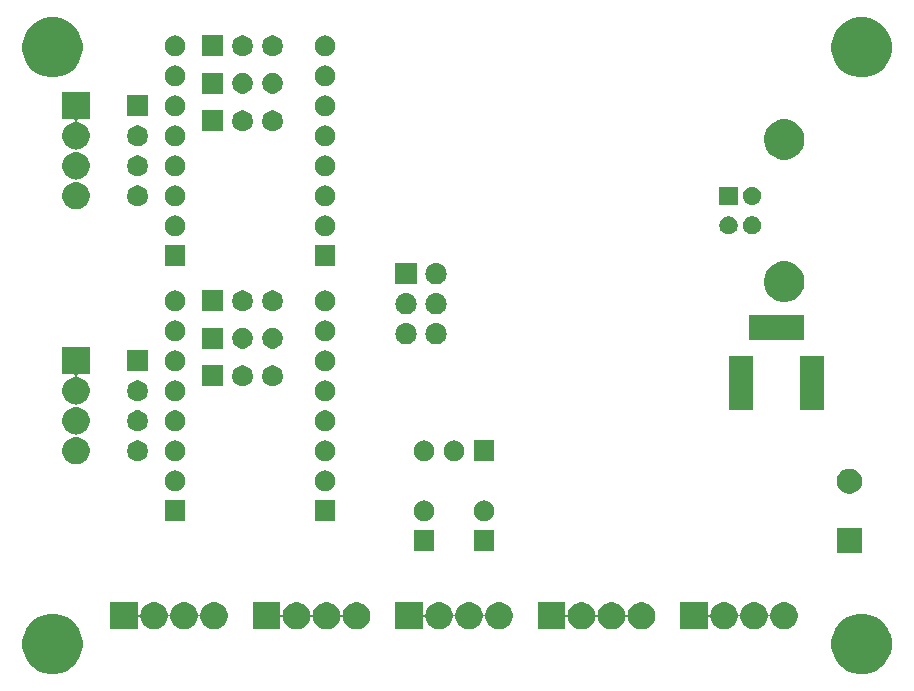
<source format=gbr>
G04 #@! TF.GenerationSoftware,KiCad,Pcbnew,(5.1.2)-2*
G04 #@! TF.CreationDate,2019-08-09T23:12:40-04:00*
G04 #@! TF.ProjectId,Controller,436f6e74-726f-46c6-9c65-722e6b696361,rev?*
G04 #@! TF.SameCoordinates,Original*
G04 #@! TF.FileFunction,Soldermask,Bot*
G04 #@! TF.FilePolarity,Negative*
%FSLAX46Y46*%
G04 Gerber Fmt 4.6, Leading zero omitted, Abs format (unit mm)*
G04 Created by KiCad (PCBNEW (5.1.2)-2) date 2019-08-09 23:12:40*
%MOMM*%
%LPD*%
G04 APERTURE LIST*
%ADD10C,0.100000*%
G04 APERTURE END LIST*
D10*
G36*
X217494098Y-79297033D02*
G01*
X217956013Y-79488364D01*
X217958352Y-79489333D01*
X218376168Y-79768509D01*
X218731491Y-80123832D01*
X218970656Y-80481768D01*
X219010668Y-80541650D01*
X219202967Y-81005902D01*
X219301000Y-81498747D01*
X219301000Y-82001253D01*
X219202967Y-82494098D01*
X219010668Y-82958350D01*
X219010667Y-82958352D01*
X218731491Y-83376168D01*
X218376168Y-83731491D01*
X217958352Y-84010667D01*
X217958351Y-84010668D01*
X217958350Y-84010668D01*
X217494098Y-84202967D01*
X217001253Y-84301000D01*
X216498747Y-84301000D01*
X216005902Y-84202967D01*
X215541650Y-84010668D01*
X215541649Y-84010668D01*
X215541648Y-84010667D01*
X215123832Y-83731491D01*
X214768509Y-83376168D01*
X214489333Y-82958352D01*
X214489332Y-82958350D01*
X214297033Y-82494098D01*
X214199000Y-82001253D01*
X214199000Y-81498747D01*
X214297033Y-81005902D01*
X214489332Y-80541650D01*
X214529344Y-80481768D01*
X214768509Y-80123832D01*
X215123832Y-79768509D01*
X215541648Y-79489333D01*
X215543987Y-79488364D01*
X216005902Y-79297033D01*
X216498747Y-79199000D01*
X217001253Y-79199000D01*
X217494098Y-79297033D01*
X217494098Y-79297033D01*
G37*
G36*
X148994098Y-79297033D02*
G01*
X149456013Y-79488364D01*
X149458352Y-79489333D01*
X149876168Y-79768509D01*
X150231491Y-80123832D01*
X150470656Y-80481768D01*
X150510668Y-80541650D01*
X150702967Y-81005902D01*
X150801000Y-81498747D01*
X150801000Y-82001253D01*
X150702967Y-82494098D01*
X150510668Y-82958350D01*
X150510667Y-82958352D01*
X150231491Y-83376168D01*
X149876168Y-83731491D01*
X149458352Y-84010667D01*
X149458351Y-84010668D01*
X149458350Y-84010668D01*
X148994098Y-84202967D01*
X148501253Y-84301000D01*
X147998747Y-84301000D01*
X147505902Y-84202967D01*
X147041650Y-84010668D01*
X147041649Y-84010668D01*
X147041648Y-84010667D01*
X146623832Y-83731491D01*
X146268509Y-83376168D01*
X145989333Y-82958352D01*
X145989332Y-82958350D01*
X145797033Y-82494098D01*
X145699000Y-82001253D01*
X145699000Y-81498747D01*
X145797033Y-81005902D01*
X145989332Y-80541650D01*
X146029344Y-80481768D01*
X146268509Y-80123832D01*
X146623832Y-79768509D01*
X147041648Y-79489333D01*
X147043987Y-79488364D01*
X147505902Y-79297033D01*
X147998747Y-79199000D01*
X148501253Y-79199000D01*
X148994098Y-79297033D01*
X148994098Y-79297033D01*
G37*
G36*
X203716000Y-79189007D02*
G01*
X203718402Y-79213393D01*
X203725515Y-79236842D01*
X203737066Y-79258453D01*
X203752611Y-79277395D01*
X203771553Y-79292940D01*
X203793164Y-79304491D01*
X203816613Y-79311604D01*
X203840999Y-79314006D01*
X203865385Y-79311604D01*
X203888834Y-79304491D01*
X203910445Y-79292940D01*
X203929387Y-79277395D01*
X203944932Y-79258453D01*
X203956483Y-79236842D01*
X203963596Y-79213393D01*
X203998232Y-79039267D01*
X204084996Y-78829799D01*
X204084997Y-78829797D01*
X204210960Y-78641280D01*
X204371280Y-78480960D01*
X204559797Y-78354997D01*
X204769266Y-78268232D01*
X204880451Y-78246116D01*
X204991635Y-78224000D01*
X205218365Y-78224000D01*
X205329549Y-78246116D01*
X205440734Y-78268232D01*
X205650203Y-78354997D01*
X205838720Y-78480960D01*
X205999040Y-78641280D01*
X206125003Y-78829797D01*
X206125004Y-78829799D01*
X206211768Y-79039267D01*
X206252403Y-79243552D01*
X206259516Y-79267001D01*
X206271067Y-79288612D01*
X206286612Y-79307554D01*
X206305554Y-79323099D01*
X206327165Y-79334650D01*
X206350614Y-79341763D01*
X206375000Y-79344165D01*
X206399386Y-79341763D01*
X206422835Y-79334650D01*
X206444446Y-79323099D01*
X206463388Y-79307554D01*
X206478933Y-79288612D01*
X206490484Y-79267001D01*
X206497597Y-79243552D01*
X206538232Y-79039267D01*
X206624996Y-78829799D01*
X206624997Y-78829797D01*
X206750960Y-78641280D01*
X206911280Y-78480960D01*
X207099797Y-78354997D01*
X207309266Y-78268232D01*
X207420451Y-78246116D01*
X207531635Y-78224000D01*
X207758365Y-78224000D01*
X207869549Y-78246116D01*
X207980734Y-78268232D01*
X208190203Y-78354997D01*
X208378720Y-78480960D01*
X208539040Y-78641280D01*
X208665003Y-78829797D01*
X208665004Y-78829799D01*
X208751768Y-79039267D01*
X208792403Y-79243552D01*
X208799516Y-79267001D01*
X208811067Y-79288612D01*
X208826612Y-79307554D01*
X208845554Y-79323099D01*
X208867165Y-79334650D01*
X208890614Y-79341763D01*
X208915000Y-79344165D01*
X208939386Y-79341763D01*
X208962835Y-79334650D01*
X208984446Y-79323099D01*
X209003388Y-79307554D01*
X209018933Y-79288612D01*
X209030484Y-79267001D01*
X209037597Y-79243552D01*
X209078232Y-79039267D01*
X209164996Y-78829799D01*
X209164997Y-78829797D01*
X209290960Y-78641280D01*
X209451280Y-78480960D01*
X209639797Y-78354997D01*
X209849266Y-78268232D01*
X209960451Y-78246116D01*
X210071635Y-78224000D01*
X210298365Y-78224000D01*
X210409549Y-78246116D01*
X210520734Y-78268232D01*
X210730203Y-78354997D01*
X210918720Y-78480960D01*
X211079040Y-78641280D01*
X211205003Y-78829797D01*
X211205004Y-78829799D01*
X211291768Y-79039267D01*
X211336000Y-79261635D01*
X211336000Y-79488365D01*
X211335807Y-79489333D01*
X211291768Y-79710734D01*
X211205003Y-79920203D01*
X211079040Y-80108720D01*
X210918720Y-80269040D01*
X210730203Y-80395003D01*
X210520734Y-80481768D01*
X210409549Y-80503884D01*
X210298365Y-80526000D01*
X210071635Y-80526000D01*
X209960451Y-80503884D01*
X209849266Y-80481768D01*
X209639797Y-80395003D01*
X209451280Y-80269040D01*
X209290960Y-80108720D01*
X209164997Y-79920203D01*
X209078232Y-79710734D01*
X209037597Y-79506448D01*
X209030484Y-79482999D01*
X209018933Y-79461388D01*
X209003388Y-79442446D01*
X208984446Y-79426901D01*
X208962835Y-79415350D01*
X208939386Y-79408237D01*
X208915000Y-79405835D01*
X208890614Y-79408237D01*
X208867165Y-79415350D01*
X208845554Y-79426901D01*
X208826612Y-79442446D01*
X208811067Y-79461388D01*
X208799516Y-79482999D01*
X208792403Y-79506448D01*
X208751768Y-79710734D01*
X208665003Y-79920203D01*
X208539040Y-80108720D01*
X208378720Y-80269040D01*
X208190203Y-80395003D01*
X207980734Y-80481768D01*
X207869549Y-80503884D01*
X207758365Y-80526000D01*
X207531635Y-80526000D01*
X207420451Y-80503884D01*
X207309266Y-80481768D01*
X207099797Y-80395003D01*
X206911280Y-80269040D01*
X206750960Y-80108720D01*
X206624997Y-79920203D01*
X206538232Y-79710734D01*
X206497597Y-79506448D01*
X206490484Y-79482999D01*
X206478933Y-79461388D01*
X206463388Y-79442446D01*
X206444446Y-79426901D01*
X206422835Y-79415350D01*
X206399386Y-79408237D01*
X206375000Y-79405835D01*
X206350614Y-79408237D01*
X206327165Y-79415350D01*
X206305554Y-79426901D01*
X206286612Y-79442446D01*
X206271067Y-79461388D01*
X206259516Y-79482999D01*
X206252403Y-79506448D01*
X206211768Y-79710734D01*
X206125003Y-79920203D01*
X205999040Y-80108720D01*
X205838720Y-80269040D01*
X205650203Y-80395003D01*
X205440734Y-80481768D01*
X205329549Y-80503884D01*
X205218365Y-80526000D01*
X204991635Y-80526000D01*
X204880451Y-80503884D01*
X204769266Y-80481768D01*
X204559797Y-80395003D01*
X204371280Y-80269040D01*
X204210960Y-80108720D01*
X204084997Y-79920203D01*
X203998232Y-79710734D01*
X203963596Y-79536607D01*
X203956483Y-79513158D01*
X203944932Y-79491547D01*
X203929387Y-79472605D01*
X203910445Y-79457060D01*
X203888834Y-79445509D01*
X203865385Y-79438396D01*
X203840999Y-79435994D01*
X203816613Y-79438396D01*
X203793164Y-79445509D01*
X203771553Y-79457060D01*
X203752611Y-79472605D01*
X203737066Y-79491547D01*
X203725515Y-79513158D01*
X203718402Y-79536607D01*
X203716000Y-79560993D01*
X203716000Y-80526000D01*
X201414000Y-80526000D01*
X201414000Y-78224000D01*
X203716000Y-78224000D01*
X203716000Y-79189007D01*
X203716000Y-79189007D01*
G37*
G36*
X191651000Y-79189007D02*
G01*
X191653402Y-79213393D01*
X191660515Y-79236842D01*
X191672066Y-79258453D01*
X191687611Y-79277395D01*
X191706553Y-79292940D01*
X191728164Y-79304491D01*
X191751613Y-79311604D01*
X191775999Y-79314006D01*
X191800385Y-79311604D01*
X191823834Y-79304491D01*
X191845445Y-79292940D01*
X191864387Y-79277395D01*
X191879932Y-79258453D01*
X191891483Y-79236842D01*
X191898596Y-79213393D01*
X191933232Y-79039267D01*
X192019996Y-78829799D01*
X192019997Y-78829797D01*
X192145960Y-78641280D01*
X192306280Y-78480960D01*
X192494797Y-78354997D01*
X192704266Y-78268232D01*
X192815451Y-78246116D01*
X192926635Y-78224000D01*
X193153365Y-78224000D01*
X193264549Y-78246116D01*
X193375734Y-78268232D01*
X193585203Y-78354997D01*
X193773720Y-78480960D01*
X193934040Y-78641280D01*
X194060003Y-78829797D01*
X194060004Y-78829799D01*
X194146768Y-79039267D01*
X194187403Y-79243552D01*
X194194516Y-79267001D01*
X194206067Y-79288612D01*
X194221612Y-79307554D01*
X194240554Y-79323099D01*
X194262165Y-79334650D01*
X194285614Y-79341763D01*
X194310000Y-79344165D01*
X194334386Y-79341763D01*
X194357835Y-79334650D01*
X194379446Y-79323099D01*
X194398388Y-79307554D01*
X194413933Y-79288612D01*
X194425484Y-79267001D01*
X194432597Y-79243552D01*
X194473232Y-79039267D01*
X194559996Y-78829799D01*
X194559997Y-78829797D01*
X194685960Y-78641280D01*
X194846280Y-78480960D01*
X195034797Y-78354997D01*
X195244266Y-78268232D01*
X195355451Y-78246116D01*
X195466635Y-78224000D01*
X195693365Y-78224000D01*
X195804549Y-78246116D01*
X195915734Y-78268232D01*
X196125203Y-78354997D01*
X196313720Y-78480960D01*
X196474040Y-78641280D01*
X196600003Y-78829797D01*
X196600004Y-78829799D01*
X196686768Y-79039267D01*
X196727403Y-79243552D01*
X196734516Y-79267001D01*
X196746067Y-79288612D01*
X196761612Y-79307554D01*
X196780554Y-79323099D01*
X196802165Y-79334650D01*
X196825614Y-79341763D01*
X196850000Y-79344165D01*
X196874386Y-79341763D01*
X196897835Y-79334650D01*
X196919446Y-79323099D01*
X196938388Y-79307554D01*
X196953933Y-79288612D01*
X196965484Y-79267001D01*
X196972597Y-79243552D01*
X197013232Y-79039267D01*
X197099996Y-78829799D01*
X197099997Y-78829797D01*
X197225960Y-78641280D01*
X197386280Y-78480960D01*
X197574797Y-78354997D01*
X197784266Y-78268232D01*
X197895451Y-78246116D01*
X198006635Y-78224000D01*
X198233365Y-78224000D01*
X198344549Y-78246116D01*
X198455734Y-78268232D01*
X198665203Y-78354997D01*
X198853720Y-78480960D01*
X199014040Y-78641280D01*
X199140003Y-78829797D01*
X199140004Y-78829799D01*
X199226768Y-79039267D01*
X199271000Y-79261635D01*
X199271000Y-79488365D01*
X199270807Y-79489333D01*
X199226768Y-79710734D01*
X199140003Y-79920203D01*
X199014040Y-80108720D01*
X198853720Y-80269040D01*
X198665203Y-80395003D01*
X198455734Y-80481768D01*
X198344549Y-80503884D01*
X198233365Y-80526000D01*
X198006635Y-80526000D01*
X197895451Y-80503884D01*
X197784266Y-80481768D01*
X197574797Y-80395003D01*
X197386280Y-80269040D01*
X197225960Y-80108720D01*
X197099997Y-79920203D01*
X197013232Y-79710734D01*
X196972597Y-79506448D01*
X196965484Y-79482999D01*
X196953933Y-79461388D01*
X196938388Y-79442446D01*
X196919446Y-79426901D01*
X196897835Y-79415350D01*
X196874386Y-79408237D01*
X196850000Y-79405835D01*
X196825614Y-79408237D01*
X196802165Y-79415350D01*
X196780554Y-79426901D01*
X196761612Y-79442446D01*
X196746067Y-79461388D01*
X196734516Y-79482999D01*
X196727403Y-79506448D01*
X196686768Y-79710734D01*
X196600003Y-79920203D01*
X196474040Y-80108720D01*
X196313720Y-80269040D01*
X196125203Y-80395003D01*
X195915734Y-80481768D01*
X195804549Y-80503884D01*
X195693365Y-80526000D01*
X195466635Y-80526000D01*
X195355451Y-80503884D01*
X195244266Y-80481768D01*
X195034797Y-80395003D01*
X194846280Y-80269040D01*
X194685960Y-80108720D01*
X194559997Y-79920203D01*
X194473232Y-79710734D01*
X194432597Y-79506448D01*
X194425484Y-79482999D01*
X194413933Y-79461388D01*
X194398388Y-79442446D01*
X194379446Y-79426901D01*
X194357835Y-79415350D01*
X194334386Y-79408237D01*
X194310000Y-79405835D01*
X194285614Y-79408237D01*
X194262165Y-79415350D01*
X194240554Y-79426901D01*
X194221612Y-79442446D01*
X194206067Y-79461388D01*
X194194516Y-79482999D01*
X194187403Y-79506448D01*
X194146768Y-79710734D01*
X194060003Y-79920203D01*
X193934040Y-80108720D01*
X193773720Y-80269040D01*
X193585203Y-80395003D01*
X193375734Y-80481768D01*
X193264549Y-80503884D01*
X193153365Y-80526000D01*
X192926635Y-80526000D01*
X192815451Y-80503884D01*
X192704266Y-80481768D01*
X192494797Y-80395003D01*
X192306280Y-80269040D01*
X192145960Y-80108720D01*
X192019997Y-79920203D01*
X191933232Y-79710734D01*
X191898596Y-79536607D01*
X191891483Y-79513158D01*
X191879932Y-79491547D01*
X191864387Y-79472605D01*
X191845445Y-79457060D01*
X191823834Y-79445509D01*
X191800385Y-79438396D01*
X191775999Y-79435994D01*
X191751613Y-79438396D01*
X191728164Y-79445509D01*
X191706553Y-79457060D01*
X191687611Y-79472605D01*
X191672066Y-79491547D01*
X191660515Y-79513158D01*
X191653402Y-79536607D01*
X191651000Y-79560993D01*
X191651000Y-80526000D01*
X189349000Y-80526000D01*
X189349000Y-78224000D01*
X191651000Y-78224000D01*
X191651000Y-79189007D01*
X191651000Y-79189007D01*
G37*
G36*
X179586000Y-79189007D02*
G01*
X179588402Y-79213393D01*
X179595515Y-79236842D01*
X179607066Y-79258453D01*
X179622611Y-79277395D01*
X179641553Y-79292940D01*
X179663164Y-79304491D01*
X179686613Y-79311604D01*
X179710999Y-79314006D01*
X179735385Y-79311604D01*
X179758834Y-79304491D01*
X179780445Y-79292940D01*
X179799387Y-79277395D01*
X179814932Y-79258453D01*
X179826483Y-79236842D01*
X179833596Y-79213393D01*
X179868232Y-79039267D01*
X179954996Y-78829799D01*
X179954997Y-78829797D01*
X180080960Y-78641280D01*
X180241280Y-78480960D01*
X180429797Y-78354997D01*
X180639266Y-78268232D01*
X180750451Y-78246116D01*
X180861635Y-78224000D01*
X181088365Y-78224000D01*
X181199549Y-78246116D01*
X181310734Y-78268232D01*
X181520203Y-78354997D01*
X181708720Y-78480960D01*
X181869040Y-78641280D01*
X181995003Y-78829797D01*
X181995004Y-78829799D01*
X182081768Y-79039267D01*
X182122403Y-79243552D01*
X182129516Y-79267001D01*
X182141067Y-79288612D01*
X182156612Y-79307554D01*
X182175554Y-79323099D01*
X182197165Y-79334650D01*
X182220614Y-79341763D01*
X182245000Y-79344165D01*
X182269386Y-79341763D01*
X182292835Y-79334650D01*
X182314446Y-79323099D01*
X182333388Y-79307554D01*
X182348933Y-79288612D01*
X182360484Y-79267001D01*
X182367597Y-79243552D01*
X182408232Y-79039267D01*
X182494996Y-78829799D01*
X182494997Y-78829797D01*
X182620960Y-78641280D01*
X182781280Y-78480960D01*
X182969797Y-78354997D01*
X183179266Y-78268232D01*
X183290451Y-78246116D01*
X183401635Y-78224000D01*
X183628365Y-78224000D01*
X183739549Y-78246116D01*
X183850734Y-78268232D01*
X184060203Y-78354997D01*
X184248720Y-78480960D01*
X184409040Y-78641280D01*
X184535003Y-78829797D01*
X184535004Y-78829799D01*
X184621768Y-79039267D01*
X184662403Y-79243552D01*
X184669516Y-79267001D01*
X184681067Y-79288612D01*
X184696612Y-79307554D01*
X184715554Y-79323099D01*
X184737165Y-79334650D01*
X184760614Y-79341763D01*
X184785000Y-79344165D01*
X184809386Y-79341763D01*
X184832835Y-79334650D01*
X184854446Y-79323099D01*
X184873388Y-79307554D01*
X184888933Y-79288612D01*
X184900484Y-79267001D01*
X184907597Y-79243552D01*
X184948232Y-79039267D01*
X185034996Y-78829799D01*
X185034997Y-78829797D01*
X185160960Y-78641280D01*
X185321280Y-78480960D01*
X185509797Y-78354997D01*
X185719266Y-78268232D01*
X185830451Y-78246116D01*
X185941635Y-78224000D01*
X186168365Y-78224000D01*
X186279549Y-78246116D01*
X186390734Y-78268232D01*
X186600203Y-78354997D01*
X186788720Y-78480960D01*
X186949040Y-78641280D01*
X187075003Y-78829797D01*
X187075004Y-78829799D01*
X187161768Y-79039267D01*
X187206000Y-79261635D01*
X187206000Y-79488365D01*
X187205807Y-79489333D01*
X187161768Y-79710734D01*
X187075003Y-79920203D01*
X186949040Y-80108720D01*
X186788720Y-80269040D01*
X186600203Y-80395003D01*
X186390734Y-80481768D01*
X186279549Y-80503884D01*
X186168365Y-80526000D01*
X185941635Y-80526000D01*
X185830451Y-80503884D01*
X185719266Y-80481768D01*
X185509797Y-80395003D01*
X185321280Y-80269040D01*
X185160960Y-80108720D01*
X185034997Y-79920203D01*
X184948232Y-79710734D01*
X184907597Y-79506448D01*
X184900484Y-79482999D01*
X184888933Y-79461388D01*
X184873388Y-79442446D01*
X184854446Y-79426901D01*
X184832835Y-79415350D01*
X184809386Y-79408237D01*
X184785000Y-79405835D01*
X184760614Y-79408237D01*
X184737165Y-79415350D01*
X184715554Y-79426901D01*
X184696612Y-79442446D01*
X184681067Y-79461388D01*
X184669516Y-79482999D01*
X184662403Y-79506448D01*
X184621768Y-79710734D01*
X184535003Y-79920203D01*
X184409040Y-80108720D01*
X184248720Y-80269040D01*
X184060203Y-80395003D01*
X183850734Y-80481768D01*
X183739549Y-80503884D01*
X183628365Y-80526000D01*
X183401635Y-80526000D01*
X183290451Y-80503884D01*
X183179266Y-80481768D01*
X182969797Y-80395003D01*
X182781280Y-80269040D01*
X182620960Y-80108720D01*
X182494997Y-79920203D01*
X182408232Y-79710734D01*
X182367597Y-79506448D01*
X182360484Y-79482999D01*
X182348933Y-79461388D01*
X182333388Y-79442446D01*
X182314446Y-79426901D01*
X182292835Y-79415350D01*
X182269386Y-79408237D01*
X182245000Y-79405835D01*
X182220614Y-79408237D01*
X182197165Y-79415350D01*
X182175554Y-79426901D01*
X182156612Y-79442446D01*
X182141067Y-79461388D01*
X182129516Y-79482999D01*
X182122403Y-79506448D01*
X182081768Y-79710734D01*
X181995003Y-79920203D01*
X181869040Y-80108720D01*
X181708720Y-80269040D01*
X181520203Y-80395003D01*
X181310734Y-80481768D01*
X181199549Y-80503884D01*
X181088365Y-80526000D01*
X180861635Y-80526000D01*
X180750451Y-80503884D01*
X180639266Y-80481768D01*
X180429797Y-80395003D01*
X180241280Y-80269040D01*
X180080960Y-80108720D01*
X179954997Y-79920203D01*
X179868232Y-79710734D01*
X179833596Y-79536607D01*
X179826483Y-79513158D01*
X179814932Y-79491547D01*
X179799387Y-79472605D01*
X179780445Y-79457060D01*
X179758834Y-79445509D01*
X179735385Y-79438396D01*
X179710999Y-79435994D01*
X179686613Y-79438396D01*
X179663164Y-79445509D01*
X179641553Y-79457060D01*
X179622611Y-79472605D01*
X179607066Y-79491547D01*
X179595515Y-79513158D01*
X179588402Y-79536607D01*
X179586000Y-79560993D01*
X179586000Y-80526000D01*
X177284000Y-80526000D01*
X177284000Y-78224000D01*
X179586000Y-78224000D01*
X179586000Y-79189007D01*
X179586000Y-79189007D01*
G37*
G36*
X155456000Y-79189007D02*
G01*
X155458402Y-79213393D01*
X155465515Y-79236842D01*
X155477066Y-79258453D01*
X155492611Y-79277395D01*
X155511553Y-79292940D01*
X155533164Y-79304491D01*
X155556613Y-79311604D01*
X155580999Y-79314006D01*
X155605385Y-79311604D01*
X155628834Y-79304491D01*
X155650445Y-79292940D01*
X155669387Y-79277395D01*
X155684932Y-79258453D01*
X155696483Y-79236842D01*
X155703596Y-79213393D01*
X155738232Y-79039267D01*
X155824996Y-78829799D01*
X155824997Y-78829797D01*
X155950960Y-78641280D01*
X156111280Y-78480960D01*
X156299797Y-78354997D01*
X156509266Y-78268232D01*
X156620451Y-78246116D01*
X156731635Y-78224000D01*
X156958365Y-78224000D01*
X157069549Y-78246116D01*
X157180734Y-78268232D01*
X157390203Y-78354997D01*
X157578720Y-78480960D01*
X157739040Y-78641280D01*
X157865003Y-78829797D01*
X157865004Y-78829799D01*
X157951768Y-79039267D01*
X157992403Y-79243552D01*
X157999516Y-79267001D01*
X158011067Y-79288612D01*
X158026612Y-79307554D01*
X158045554Y-79323099D01*
X158067165Y-79334650D01*
X158090614Y-79341763D01*
X158115000Y-79344165D01*
X158139386Y-79341763D01*
X158162835Y-79334650D01*
X158184446Y-79323099D01*
X158203388Y-79307554D01*
X158218933Y-79288612D01*
X158230484Y-79267001D01*
X158237597Y-79243552D01*
X158278232Y-79039267D01*
X158364996Y-78829799D01*
X158364997Y-78829797D01*
X158490960Y-78641280D01*
X158651280Y-78480960D01*
X158839797Y-78354997D01*
X159049266Y-78268232D01*
X159160451Y-78246116D01*
X159271635Y-78224000D01*
X159498365Y-78224000D01*
X159609549Y-78246116D01*
X159720734Y-78268232D01*
X159930203Y-78354997D01*
X160118720Y-78480960D01*
X160279040Y-78641280D01*
X160405003Y-78829797D01*
X160405004Y-78829799D01*
X160491768Y-79039267D01*
X160532403Y-79243552D01*
X160539516Y-79267001D01*
X160551067Y-79288612D01*
X160566612Y-79307554D01*
X160585554Y-79323099D01*
X160607165Y-79334650D01*
X160630614Y-79341763D01*
X160655000Y-79344165D01*
X160679386Y-79341763D01*
X160702835Y-79334650D01*
X160724446Y-79323099D01*
X160743388Y-79307554D01*
X160758933Y-79288612D01*
X160770484Y-79267001D01*
X160777597Y-79243552D01*
X160818232Y-79039267D01*
X160904996Y-78829799D01*
X160904997Y-78829797D01*
X161030960Y-78641280D01*
X161191280Y-78480960D01*
X161379797Y-78354997D01*
X161589266Y-78268232D01*
X161700451Y-78246116D01*
X161811635Y-78224000D01*
X162038365Y-78224000D01*
X162149549Y-78246116D01*
X162260734Y-78268232D01*
X162470203Y-78354997D01*
X162658720Y-78480960D01*
X162819040Y-78641280D01*
X162945003Y-78829797D01*
X162945004Y-78829799D01*
X163031768Y-79039267D01*
X163076000Y-79261635D01*
X163076000Y-79488365D01*
X163075807Y-79489333D01*
X163031768Y-79710734D01*
X162945003Y-79920203D01*
X162819040Y-80108720D01*
X162658720Y-80269040D01*
X162470203Y-80395003D01*
X162260734Y-80481768D01*
X162149549Y-80503884D01*
X162038365Y-80526000D01*
X161811635Y-80526000D01*
X161700451Y-80503884D01*
X161589266Y-80481768D01*
X161379797Y-80395003D01*
X161191280Y-80269040D01*
X161030960Y-80108720D01*
X160904997Y-79920203D01*
X160818232Y-79710734D01*
X160777597Y-79506448D01*
X160770484Y-79482999D01*
X160758933Y-79461388D01*
X160743388Y-79442446D01*
X160724446Y-79426901D01*
X160702835Y-79415350D01*
X160679386Y-79408237D01*
X160655000Y-79405835D01*
X160630614Y-79408237D01*
X160607165Y-79415350D01*
X160585554Y-79426901D01*
X160566612Y-79442446D01*
X160551067Y-79461388D01*
X160539516Y-79482999D01*
X160532403Y-79506448D01*
X160491768Y-79710734D01*
X160405003Y-79920203D01*
X160279040Y-80108720D01*
X160118720Y-80269040D01*
X159930203Y-80395003D01*
X159720734Y-80481768D01*
X159609549Y-80503884D01*
X159498365Y-80526000D01*
X159271635Y-80526000D01*
X159160451Y-80503884D01*
X159049266Y-80481768D01*
X158839797Y-80395003D01*
X158651280Y-80269040D01*
X158490960Y-80108720D01*
X158364997Y-79920203D01*
X158278232Y-79710734D01*
X158237597Y-79506448D01*
X158230484Y-79482999D01*
X158218933Y-79461388D01*
X158203388Y-79442446D01*
X158184446Y-79426901D01*
X158162835Y-79415350D01*
X158139386Y-79408237D01*
X158115000Y-79405835D01*
X158090614Y-79408237D01*
X158067165Y-79415350D01*
X158045554Y-79426901D01*
X158026612Y-79442446D01*
X158011067Y-79461388D01*
X157999516Y-79482999D01*
X157992403Y-79506448D01*
X157951768Y-79710734D01*
X157865003Y-79920203D01*
X157739040Y-80108720D01*
X157578720Y-80269040D01*
X157390203Y-80395003D01*
X157180734Y-80481768D01*
X157069549Y-80503884D01*
X156958365Y-80526000D01*
X156731635Y-80526000D01*
X156620451Y-80503884D01*
X156509266Y-80481768D01*
X156299797Y-80395003D01*
X156111280Y-80269040D01*
X155950960Y-80108720D01*
X155824997Y-79920203D01*
X155738232Y-79710734D01*
X155703596Y-79536607D01*
X155696483Y-79513158D01*
X155684932Y-79491547D01*
X155669387Y-79472605D01*
X155650445Y-79457060D01*
X155628834Y-79445509D01*
X155605385Y-79438396D01*
X155580999Y-79435994D01*
X155556613Y-79438396D01*
X155533164Y-79445509D01*
X155511553Y-79457060D01*
X155492611Y-79472605D01*
X155477066Y-79491547D01*
X155465515Y-79513158D01*
X155458402Y-79536607D01*
X155456000Y-79560993D01*
X155456000Y-80526000D01*
X153154000Y-80526000D01*
X153154000Y-78224000D01*
X155456000Y-78224000D01*
X155456000Y-79189007D01*
X155456000Y-79189007D01*
G37*
G36*
X167521000Y-79189007D02*
G01*
X167523402Y-79213393D01*
X167530515Y-79236842D01*
X167542066Y-79258453D01*
X167557611Y-79277395D01*
X167576553Y-79292940D01*
X167598164Y-79304491D01*
X167621613Y-79311604D01*
X167645999Y-79314006D01*
X167670385Y-79311604D01*
X167693834Y-79304491D01*
X167715445Y-79292940D01*
X167734387Y-79277395D01*
X167749932Y-79258453D01*
X167761483Y-79236842D01*
X167768596Y-79213393D01*
X167803232Y-79039267D01*
X167889996Y-78829799D01*
X167889997Y-78829797D01*
X168015960Y-78641280D01*
X168176280Y-78480960D01*
X168364797Y-78354997D01*
X168574266Y-78268232D01*
X168685451Y-78246116D01*
X168796635Y-78224000D01*
X169023365Y-78224000D01*
X169134549Y-78246116D01*
X169245734Y-78268232D01*
X169455203Y-78354997D01*
X169643720Y-78480960D01*
X169804040Y-78641280D01*
X169930003Y-78829797D01*
X169930004Y-78829799D01*
X170016768Y-79039267D01*
X170057403Y-79243552D01*
X170064516Y-79267001D01*
X170076067Y-79288612D01*
X170091612Y-79307554D01*
X170110554Y-79323099D01*
X170132165Y-79334650D01*
X170155614Y-79341763D01*
X170180000Y-79344165D01*
X170204386Y-79341763D01*
X170227835Y-79334650D01*
X170249446Y-79323099D01*
X170268388Y-79307554D01*
X170283933Y-79288612D01*
X170295484Y-79267001D01*
X170302597Y-79243552D01*
X170343232Y-79039267D01*
X170429996Y-78829799D01*
X170429997Y-78829797D01*
X170555960Y-78641280D01*
X170716280Y-78480960D01*
X170904797Y-78354997D01*
X171114266Y-78268232D01*
X171225451Y-78246116D01*
X171336635Y-78224000D01*
X171563365Y-78224000D01*
X171674549Y-78246116D01*
X171785734Y-78268232D01*
X171995203Y-78354997D01*
X172183720Y-78480960D01*
X172344040Y-78641280D01*
X172470003Y-78829797D01*
X172470004Y-78829799D01*
X172556768Y-79039267D01*
X172597403Y-79243552D01*
X172604516Y-79267001D01*
X172616067Y-79288612D01*
X172631612Y-79307554D01*
X172650554Y-79323099D01*
X172672165Y-79334650D01*
X172695614Y-79341763D01*
X172720000Y-79344165D01*
X172744386Y-79341763D01*
X172767835Y-79334650D01*
X172789446Y-79323099D01*
X172808388Y-79307554D01*
X172823933Y-79288612D01*
X172835484Y-79267001D01*
X172842597Y-79243552D01*
X172883232Y-79039267D01*
X172969996Y-78829799D01*
X172969997Y-78829797D01*
X173095960Y-78641280D01*
X173256280Y-78480960D01*
X173444797Y-78354997D01*
X173654266Y-78268232D01*
X173765451Y-78246116D01*
X173876635Y-78224000D01*
X174103365Y-78224000D01*
X174214549Y-78246116D01*
X174325734Y-78268232D01*
X174535203Y-78354997D01*
X174723720Y-78480960D01*
X174884040Y-78641280D01*
X175010003Y-78829797D01*
X175010004Y-78829799D01*
X175096768Y-79039267D01*
X175141000Y-79261635D01*
X175141000Y-79488365D01*
X175140807Y-79489333D01*
X175096768Y-79710734D01*
X175010003Y-79920203D01*
X174884040Y-80108720D01*
X174723720Y-80269040D01*
X174535203Y-80395003D01*
X174325734Y-80481768D01*
X174214549Y-80503884D01*
X174103365Y-80526000D01*
X173876635Y-80526000D01*
X173765451Y-80503884D01*
X173654266Y-80481768D01*
X173444797Y-80395003D01*
X173256280Y-80269040D01*
X173095960Y-80108720D01*
X172969997Y-79920203D01*
X172883232Y-79710734D01*
X172842597Y-79506448D01*
X172835484Y-79482999D01*
X172823933Y-79461388D01*
X172808388Y-79442446D01*
X172789446Y-79426901D01*
X172767835Y-79415350D01*
X172744386Y-79408237D01*
X172720000Y-79405835D01*
X172695614Y-79408237D01*
X172672165Y-79415350D01*
X172650554Y-79426901D01*
X172631612Y-79442446D01*
X172616067Y-79461388D01*
X172604516Y-79482999D01*
X172597403Y-79506448D01*
X172556768Y-79710734D01*
X172470003Y-79920203D01*
X172344040Y-80108720D01*
X172183720Y-80269040D01*
X171995203Y-80395003D01*
X171785734Y-80481768D01*
X171674549Y-80503884D01*
X171563365Y-80526000D01*
X171336635Y-80526000D01*
X171225451Y-80503884D01*
X171114266Y-80481768D01*
X170904797Y-80395003D01*
X170716280Y-80269040D01*
X170555960Y-80108720D01*
X170429997Y-79920203D01*
X170343232Y-79710734D01*
X170302597Y-79506448D01*
X170295484Y-79482999D01*
X170283933Y-79461388D01*
X170268388Y-79442446D01*
X170249446Y-79426901D01*
X170227835Y-79415350D01*
X170204386Y-79408237D01*
X170180000Y-79405835D01*
X170155614Y-79408237D01*
X170132165Y-79415350D01*
X170110554Y-79426901D01*
X170091612Y-79442446D01*
X170076067Y-79461388D01*
X170064516Y-79482999D01*
X170057403Y-79506448D01*
X170016768Y-79710734D01*
X169930003Y-79920203D01*
X169804040Y-80108720D01*
X169643720Y-80269040D01*
X169455203Y-80395003D01*
X169245734Y-80481768D01*
X169134549Y-80503884D01*
X169023365Y-80526000D01*
X168796635Y-80526000D01*
X168685451Y-80503884D01*
X168574266Y-80481768D01*
X168364797Y-80395003D01*
X168176280Y-80269040D01*
X168015960Y-80108720D01*
X167889997Y-79920203D01*
X167803232Y-79710734D01*
X167768596Y-79536607D01*
X167761483Y-79513158D01*
X167749932Y-79491547D01*
X167734387Y-79472605D01*
X167715445Y-79457060D01*
X167693834Y-79445509D01*
X167670385Y-79438396D01*
X167645999Y-79435994D01*
X167621613Y-79438396D01*
X167598164Y-79445509D01*
X167576553Y-79457060D01*
X167557611Y-79472605D01*
X167542066Y-79491547D01*
X167530515Y-79513158D01*
X167523402Y-79536607D01*
X167521000Y-79560993D01*
X167521000Y-80526000D01*
X165219000Y-80526000D01*
X165219000Y-78224000D01*
X167521000Y-78224000D01*
X167521000Y-79189007D01*
X167521000Y-79189007D01*
G37*
G36*
X216790000Y-74052000D02*
G01*
X214656000Y-74052000D01*
X214656000Y-71918000D01*
X216790000Y-71918000D01*
X216790000Y-74052000D01*
X216790000Y-74052000D01*
G37*
G36*
X180581500Y-73901500D02*
G01*
X178828500Y-73901500D01*
X178828500Y-72148500D01*
X180581500Y-72148500D01*
X180581500Y-73901500D01*
X180581500Y-73901500D01*
G37*
G36*
X185661500Y-73901500D02*
G01*
X183908500Y-73901500D01*
X183908500Y-72148500D01*
X185661500Y-72148500D01*
X185661500Y-73901500D01*
X185661500Y-73901500D01*
G37*
G36*
X184955997Y-69625341D02*
G01*
X185040666Y-69642183D01*
X185106738Y-69669551D01*
X185200177Y-69708255D01*
X185343736Y-69804178D01*
X185465822Y-69926264D01*
X185561745Y-70069823D01*
X185627817Y-70229335D01*
X185661500Y-70398671D01*
X185661500Y-70571329D01*
X185627817Y-70740665D01*
X185561745Y-70900177D01*
X185465822Y-71043736D01*
X185343736Y-71165822D01*
X185200177Y-71261745D01*
X185106738Y-71300449D01*
X185040666Y-71327817D01*
X184955997Y-71344658D01*
X184871329Y-71361500D01*
X184698671Y-71361500D01*
X184614003Y-71344659D01*
X184529334Y-71327817D01*
X184463262Y-71300449D01*
X184369823Y-71261745D01*
X184226264Y-71165822D01*
X184104178Y-71043736D01*
X184008255Y-70900177D01*
X183942183Y-70740665D01*
X183908500Y-70571329D01*
X183908500Y-70398671D01*
X183942183Y-70229335D01*
X184008255Y-70069823D01*
X184104178Y-69926264D01*
X184226264Y-69804178D01*
X184369823Y-69708255D01*
X184463262Y-69669551D01*
X184529334Y-69642183D01*
X184614003Y-69625341D01*
X184698671Y-69608500D01*
X184871329Y-69608500D01*
X184955997Y-69625341D01*
X184955997Y-69625341D01*
G37*
G36*
X179875997Y-69625341D02*
G01*
X179960666Y-69642183D01*
X180026738Y-69669551D01*
X180120177Y-69708255D01*
X180263736Y-69804178D01*
X180385822Y-69926264D01*
X180481745Y-70069823D01*
X180547817Y-70229335D01*
X180581500Y-70398671D01*
X180581500Y-70571329D01*
X180547817Y-70740665D01*
X180481745Y-70900177D01*
X180385822Y-71043736D01*
X180263736Y-71165822D01*
X180120177Y-71261745D01*
X180026738Y-71300449D01*
X179960666Y-71327817D01*
X179875997Y-71344658D01*
X179791329Y-71361500D01*
X179618671Y-71361500D01*
X179534003Y-71344659D01*
X179449334Y-71327817D01*
X179383262Y-71300449D01*
X179289823Y-71261745D01*
X179146264Y-71165822D01*
X179024178Y-71043736D01*
X178928255Y-70900177D01*
X178862183Y-70740665D01*
X178828500Y-70571329D01*
X178828500Y-70398671D01*
X178862183Y-70229335D01*
X178928255Y-70069823D01*
X179024178Y-69926264D01*
X179146264Y-69804178D01*
X179289823Y-69708255D01*
X179383262Y-69669551D01*
X179449334Y-69642183D01*
X179534003Y-69625341D01*
X179618671Y-69608500D01*
X179791329Y-69608500D01*
X179875997Y-69625341D01*
X179875997Y-69625341D01*
G37*
G36*
X159499500Y-71361500D02*
G01*
X157746500Y-71361500D01*
X157746500Y-69608500D01*
X159499500Y-69608500D01*
X159499500Y-71361500D01*
X159499500Y-71361500D01*
G37*
G36*
X172199500Y-71361500D02*
G01*
X170446500Y-71361500D01*
X170446500Y-69608500D01*
X172199500Y-69608500D01*
X172199500Y-71361500D01*
X172199500Y-71361500D01*
G37*
G36*
X216034231Y-66959003D02*
G01*
X216228412Y-67039436D01*
X216228414Y-67039437D01*
X216403173Y-67156207D01*
X216551793Y-67304827D01*
X216606207Y-67386264D01*
X216668564Y-67479588D01*
X216748997Y-67673769D01*
X216790000Y-67879908D01*
X216790000Y-68090092D01*
X216748997Y-68296231D01*
X216722509Y-68360178D01*
X216668563Y-68490414D01*
X216551793Y-68665173D01*
X216403173Y-68813793D01*
X216228414Y-68930563D01*
X216228413Y-68930564D01*
X216228412Y-68930564D01*
X216034231Y-69010997D01*
X215828092Y-69052000D01*
X215617908Y-69052000D01*
X215411769Y-69010997D01*
X215217588Y-68930564D01*
X215217587Y-68930564D01*
X215217586Y-68930563D01*
X215042827Y-68813793D01*
X214894207Y-68665173D01*
X214777437Y-68490414D01*
X214723491Y-68360178D01*
X214697003Y-68296231D01*
X214656000Y-68090092D01*
X214656000Y-67879908D01*
X214697003Y-67673769D01*
X214777436Y-67479588D01*
X214839793Y-67386264D01*
X214894207Y-67304827D01*
X215042827Y-67156207D01*
X215217586Y-67039437D01*
X215217588Y-67039436D01*
X215411769Y-66959003D01*
X215617908Y-66918000D01*
X215828092Y-66918000D01*
X216034231Y-66959003D01*
X216034231Y-66959003D01*
G37*
G36*
X171493997Y-67085341D02*
G01*
X171578666Y-67102183D01*
X171644738Y-67129551D01*
X171738177Y-67168255D01*
X171881736Y-67264178D01*
X172003822Y-67386264D01*
X172099745Y-67529823D01*
X172138449Y-67623262D01*
X172159370Y-67673769D01*
X172165817Y-67689335D01*
X172199500Y-67858671D01*
X172199500Y-68031329D01*
X172165817Y-68200665D01*
X172099745Y-68360177D01*
X172003822Y-68503736D01*
X171881736Y-68625822D01*
X171738177Y-68721745D01*
X171644738Y-68760449D01*
X171578666Y-68787817D01*
X171493997Y-68804659D01*
X171409329Y-68821500D01*
X171236671Y-68821500D01*
X171152003Y-68804659D01*
X171067334Y-68787817D01*
X171001262Y-68760449D01*
X170907823Y-68721745D01*
X170764264Y-68625822D01*
X170642178Y-68503736D01*
X170546255Y-68360177D01*
X170480183Y-68200665D01*
X170446500Y-68031329D01*
X170446500Y-67858671D01*
X170480183Y-67689335D01*
X170486631Y-67673769D01*
X170507551Y-67623262D01*
X170546255Y-67529823D01*
X170642178Y-67386264D01*
X170764264Y-67264178D01*
X170907823Y-67168255D01*
X171001262Y-67129551D01*
X171067334Y-67102183D01*
X171152003Y-67085341D01*
X171236671Y-67068500D01*
X171409329Y-67068500D01*
X171493997Y-67085341D01*
X171493997Y-67085341D01*
G37*
G36*
X158793997Y-67085341D02*
G01*
X158878666Y-67102183D01*
X158944738Y-67129551D01*
X159038177Y-67168255D01*
X159181736Y-67264178D01*
X159303822Y-67386264D01*
X159399745Y-67529823D01*
X159438449Y-67623262D01*
X159459370Y-67673769D01*
X159465817Y-67689335D01*
X159499500Y-67858671D01*
X159499500Y-68031329D01*
X159465817Y-68200665D01*
X159399745Y-68360177D01*
X159303822Y-68503736D01*
X159181736Y-68625822D01*
X159038177Y-68721745D01*
X158944738Y-68760449D01*
X158878666Y-68787817D01*
X158793997Y-68804659D01*
X158709329Y-68821500D01*
X158536671Y-68821500D01*
X158452003Y-68804659D01*
X158367334Y-68787817D01*
X158301262Y-68760449D01*
X158207823Y-68721745D01*
X158064264Y-68625822D01*
X157942178Y-68503736D01*
X157846255Y-68360177D01*
X157780183Y-68200665D01*
X157746500Y-68031329D01*
X157746500Y-67858671D01*
X157780183Y-67689335D01*
X157786631Y-67673769D01*
X157807551Y-67623262D01*
X157846255Y-67529823D01*
X157942178Y-67386264D01*
X158064264Y-67264178D01*
X158207823Y-67168255D01*
X158301262Y-67129551D01*
X158367334Y-67102183D01*
X158452003Y-67085341D01*
X158536671Y-67068500D01*
X158709329Y-67068500D01*
X158793997Y-67085341D01*
X158793997Y-67085341D01*
G37*
G36*
X151392000Y-58936000D02*
G01*
X150426993Y-58936000D01*
X150402607Y-58938402D01*
X150379158Y-58945515D01*
X150357547Y-58957066D01*
X150338605Y-58972611D01*
X150323060Y-58991553D01*
X150311509Y-59013164D01*
X150304396Y-59036613D01*
X150301994Y-59060999D01*
X150304396Y-59085385D01*
X150311509Y-59108834D01*
X150323060Y-59130445D01*
X150338605Y-59149387D01*
X150357547Y-59164932D01*
X150379158Y-59176483D01*
X150402608Y-59183596D01*
X150576734Y-59218232D01*
X150786203Y-59304997D01*
X150974720Y-59430960D01*
X151135040Y-59591280D01*
X151261003Y-59779797D01*
X151347768Y-59989266D01*
X151392000Y-60211636D01*
X151392000Y-60438364D01*
X151347768Y-60660734D01*
X151261003Y-60870203D01*
X151135040Y-61058720D01*
X150974720Y-61219040D01*
X150786203Y-61345003D01*
X150576734Y-61431768D01*
X150449161Y-61457144D01*
X150372448Y-61472403D01*
X150348999Y-61479516D01*
X150327388Y-61491067D01*
X150308446Y-61506612D01*
X150292901Y-61525554D01*
X150281350Y-61547165D01*
X150274237Y-61570614D01*
X150271835Y-61595000D01*
X150274237Y-61619386D01*
X150281350Y-61642835D01*
X150292901Y-61664446D01*
X150308446Y-61683388D01*
X150327388Y-61698933D01*
X150348999Y-61710484D01*
X150372448Y-61717597D01*
X150449161Y-61732856D01*
X150576734Y-61758232D01*
X150786203Y-61844997D01*
X150974720Y-61970960D01*
X151135040Y-62131280D01*
X151261003Y-62319797D01*
X151347768Y-62529266D01*
X151392000Y-62751636D01*
X151392000Y-62978364D01*
X151347768Y-63200734D01*
X151261003Y-63410203D01*
X151135040Y-63598720D01*
X150974720Y-63759040D01*
X150786203Y-63885003D01*
X150576734Y-63971768D01*
X150449161Y-63997144D01*
X150372448Y-64012403D01*
X150348999Y-64019516D01*
X150327388Y-64031067D01*
X150308446Y-64046612D01*
X150292901Y-64065554D01*
X150281350Y-64087165D01*
X150274237Y-64110614D01*
X150271835Y-64135000D01*
X150274237Y-64159386D01*
X150281350Y-64182835D01*
X150292901Y-64204446D01*
X150308446Y-64223388D01*
X150327388Y-64238933D01*
X150348999Y-64250484D01*
X150372448Y-64257597D01*
X150449161Y-64272856D01*
X150576734Y-64298232D01*
X150786203Y-64384997D01*
X150974720Y-64510960D01*
X151135040Y-64671280D01*
X151261003Y-64859797D01*
X151347768Y-65069266D01*
X151392000Y-65291636D01*
X151392000Y-65518364D01*
X151347768Y-65740734D01*
X151261003Y-65950203D01*
X151135040Y-66138720D01*
X150974720Y-66299040D01*
X150786203Y-66425003D01*
X150576734Y-66511768D01*
X150465549Y-66533884D01*
X150354365Y-66556000D01*
X150127635Y-66556000D01*
X150016451Y-66533884D01*
X149905266Y-66511768D01*
X149695797Y-66425003D01*
X149507280Y-66299040D01*
X149346960Y-66138720D01*
X149220997Y-65950203D01*
X149134232Y-65740734D01*
X149090000Y-65518364D01*
X149090000Y-65291636D01*
X149134232Y-65069266D01*
X149220997Y-64859797D01*
X149346960Y-64671280D01*
X149507280Y-64510960D01*
X149695797Y-64384997D01*
X149905266Y-64298232D01*
X150032839Y-64272856D01*
X150109552Y-64257597D01*
X150133001Y-64250484D01*
X150154612Y-64238933D01*
X150173554Y-64223388D01*
X150189099Y-64204446D01*
X150200650Y-64182835D01*
X150207763Y-64159386D01*
X150210165Y-64135000D01*
X150207763Y-64110614D01*
X150200650Y-64087165D01*
X150189099Y-64065554D01*
X150173554Y-64046612D01*
X150154612Y-64031067D01*
X150133001Y-64019516D01*
X150109552Y-64012403D01*
X150032839Y-63997144D01*
X149905266Y-63971768D01*
X149695797Y-63885003D01*
X149507280Y-63759040D01*
X149346960Y-63598720D01*
X149220997Y-63410203D01*
X149134232Y-63200734D01*
X149090000Y-62978364D01*
X149090000Y-62751636D01*
X149134232Y-62529266D01*
X149220997Y-62319797D01*
X149346960Y-62131280D01*
X149507280Y-61970960D01*
X149695797Y-61844997D01*
X149905266Y-61758232D01*
X150032839Y-61732856D01*
X150109552Y-61717597D01*
X150133001Y-61710484D01*
X150154612Y-61698933D01*
X150173554Y-61683388D01*
X150189099Y-61664446D01*
X150200650Y-61642835D01*
X150207763Y-61619386D01*
X150210165Y-61595000D01*
X150207763Y-61570614D01*
X150200650Y-61547165D01*
X150189099Y-61525554D01*
X150173554Y-61506612D01*
X150154612Y-61491067D01*
X150133001Y-61479516D01*
X150109552Y-61472403D01*
X150032839Y-61457144D01*
X149905266Y-61431768D01*
X149695797Y-61345003D01*
X149507280Y-61219040D01*
X149346960Y-61058720D01*
X149220997Y-60870203D01*
X149134232Y-60660734D01*
X149090000Y-60438364D01*
X149090000Y-60211636D01*
X149134232Y-59989266D01*
X149220997Y-59779797D01*
X149346960Y-59591280D01*
X149507280Y-59430960D01*
X149695797Y-59304997D01*
X149905266Y-59218232D01*
X150079392Y-59183596D01*
X150102842Y-59176483D01*
X150124453Y-59164932D01*
X150143395Y-59149387D01*
X150158940Y-59130445D01*
X150170491Y-59108834D01*
X150177604Y-59085385D01*
X150180006Y-59060999D01*
X150177604Y-59036613D01*
X150170491Y-59013164D01*
X150158940Y-58991553D01*
X150143395Y-58972611D01*
X150124453Y-58957066D01*
X150102842Y-58945515D01*
X150079393Y-58938402D01*
X150055007Y-58936000D01*
X149090000Y-58936000D01*
X149090000Y-56634000D01*
X151392000Y-56634000D01*
X151392000Y-58936000D01*
X151392000Y-58936000D01*
G37*
G36*
X182415997Y-64545342D02*
G01*
X182500666Y-64562183D01*
X182566738Y-64589551D01*
X182660177Y-64628255D01*
X182803736Y-64724178D01*
X182925822Y-64846264D01*
X183021745Y-64989823D01*
X183087817Y-65149335D01*
X183121500Y-65318671D01*
X183121500Y-65491329D01*
X183087817Y-65660665D01*
X183021745Y-65820177D01*
X182925822Y-65963736D01*
X182803736Y-66085822D01*
X182660177Y-66181745D01*
X182566738Y-66220449D01*
X182500666Y-66247817D01*
X182415997Y-66264658D01*
X182331329Y-66281500D01*
X182158671Y-66281500D01*
X182074003Y-66264658D01*
X181989334Y-66247817D01*
X181923262Y-66220449D01*
X181829823Y-66181745D01*
X181686264Y-66085822D01*
X181564178Y-65963736D01*
X181468255Y-65820177D01*
X181402183Y-65660665D01*
X181368500Y-65491329D01*
X181368500Y-65318671D01*
X181402183Y-65149335D01*
X181468255Y-64989823D01*
X181564178Y-64846264D01*
X181686264Y-64724178D01*
X181829823Y-64628255D01*
X181923262Y-64589551D01*
X181989334Y-64562183D01*
X182074003Y-64545342D01*
X182158671Y-64528500D01*
X182331329Y-64528500D01*
X182415997Y-64545342D01*
X182415997Y-64545342D01*
G37*
G36*
X171493997Y-64545342D02*
G01*
X171578666Y-64562183D01*
X171644738Y-64589551D01*
X171738177Y-64628255D01*
X171881736Y-64724178D01*
X172003822Y-64846264D01*
X172099745Y-64989823D01*
X172165817Y-65149335D01*
X172199500Y-65318671D01*
X172199500Y-65491329D01*
X172165817Y-65660665D01*
X172099745Y-65820177D01*
X172003822Y-65963736D01*
X171881736Y-66085822D01*
X171738177Y-66181745D01*
X171644738Y-66220449D01*
X171578666Y-66247817D01*
X171493997Y-66264658D01*
X171409329Y-66281500D01*
X171236671Y-66281500D01*
X171152003Y-66264658D01*
X171067334Y-66247817D01*
X171001262Y-66220449D01*
X170907823Y-66181745D01*
X170764264Y-66085822D01*
X170642178Y-65963736D01*
X170546255Y-65820177D01*
X170480183Y-65660665D01*
X170446500Y-65491329D01*
X170446500Y-65318671D01*
X170480183Y-65149335D01*
X170546255Y-64989823D01*
X170642178Y-64846264D01*
X170764264Y-64724178D01*
X170907823Y-64628255D01*
X171001262Y-64589551D01*
X171067334Y-64562183D01*
X171152003Y-64545342D01*
X171236671Y-64528500D01*
X171409329Y-64528500D01*
X171493997Y-64545342D01*
X171493997Y-64545342D01*
G37*
G36*
X158793997Y-64545342D02*
G01*
X158878666Y-64562183D01*
X158944738Y-64589551D01*
X159038177Y-64628255D01*
X159181736Y-64724178D01*
X159303822Y-64846264D01*
X159399745Y-64989823D01*
X159465817Y-65149335D01*
X159499500Y-65318671D01*
X159499500Y-65491329D01*
X159465817Y-65660665D01*
X159399745Y-65820177D01*
X159303822Y-65963736D01*
X159181736Y-66085822D01*
X159038177Y-66181745D01*
X158944738Y-66220449D01*
X158878666Y-66247817D01*
X158793997Y-66264658D01*
X158709329Y-66281500D01*
X158536671Y-66281500D01*
X158452003Y-66264658D01*
X158367334Y-66247817D01*
X158301262Y-66220449D01*
X158207823Y-66181745D01*
X158064264Y-66085822D01*
X157942178Y-65963736D01*
X157846255Y-65820177D01*
X157780183Y-65660665D01*
X157746500Y-65491329D01*
X157746500Y-65318671D01*
X157780183Y-65149335D01*
X157846255Y-64989823D01*
X157942178Y-64846264D01*
X158064264Y-64724178D01*
X158207823Y-64628255D01*
X158301262Y-64589551D01*
X158367334Y-64562183D01*
X158452003Y-64545342D01*
X158536671Y-64528500D01*
X158709329Y-64528500D01*
X158793997Y-64545342D01*
X158793997Y-64545342D01*
G37*
G36*
X155618997Y-64545342D02*
G01*
X155703666Y-64562183D01*
X155769738Y-64589551D01*
X155863177Y-64628255D01*
X156006736Y-64724178D01*
X156128822Y-64846264D01*
X156224745Y-64989823D01*
X156290817Y-65149335D01*
X156324500Y-65318671D01*
X156324500Y-65491329D01*
X156290817Y-65660665D01*
X156224745Y-65820177D01*
X156128822Y-65963736D01*
X156006736Y-66085822D01*
X155863177Y-66181745D01*
X155769738Y-66220449D01*
X155703666Y-66247817D01*
X155618997Y-66264658D01*
X155534329Y-66281500D01*
X155361671Y-66281500D01*
X155277003Y-66264658D01*
X155192334Y-66247817D01*
X155126262Y-66220449D01*
X155032823Y-66181745D01*
X154889264Y-66085822D01*
X154767178Y-65963736D01*
X154671255Y-65820177D01*
X154605183Y-65660665D01*
X154571500Y-65491329D01*
X154571500Y-65318671D01*
X154605183Y-65149335D01*
X154671255Y-64989823D01*
X154767178Y-64846264D01*
X154889264Y-64724178D01*
X155032823Y-64628255D01*
X155126262Y-64589551D01*
X155192334Y-64562183D01*
X155277003Y-64545342D01*
X155361671Y-64528500D01*
X155534329Y-64528500D01*
X155618997Y-64545342D01*
X155618997Y-64545342D01*
G37*
G36*
X179875997Y-64545342D02*
G01*
X179960666Y-64562183D01*
X180026738Y-64589551D01*
X180120177Y-64628255D01*
X180263736Y-64724178D01*
X180385822Y-64846264D01*
X180481745Y-64989823D01*
X180547817Y-65149335D01*
X180581500Y-65318671D01*
X180581500Y-65491329D01*
X180547817Y-65660665D01*
X180481745Y-65820177D01*
X180385822Y-65963736D01*
X180263736Y-66085822D01*
X180120177Y-66181745D01*
X180026738Y-66220449D01*
X179960666Y-66247817D01*
X179875997Y-66264658D01*
X179791329Y-66281500D01*
X179618671Y-66281500D01*
X179534003Y-66264658D01*
X179449334Y-66247817D01*
X179383262Y-66220449D01*
X179289823Y-66181745D01*
X179146264Y-66085822D01*
X179024178Y-65963736D01*
X178928255Y-65820177D01*
X178862183Y-65660665D01*
X178828500Y-65491329D01*
X178828500Y-65318671D01*
X178862183Y-65149335D01*
X178928255Y-64989823D01*
X179024178Y-64846264D01*
X179146264Y-64724178D01*
X179289823Y-64628255D01*
X179383262Y-64589551D01*
X179449334Y-64562183D01*
X179534003Y-64545342D01*
X179618671Y-64528500D01*
X179791329Y-64528500D01*
X179875997Y-64545342D01*
X179875997Y-64545342D01*
G37*
G36*
X185661500Y-66281500D02*
G01*
X183908500Y-66281500D01*
X183908500Y-64528500D01*
X185661500Y-64528500D01*
X185661500Y-66281500D01*
X185661500Y-66281500D01*
G37*
G36*
X171421897Y-61991000D02*
G01*
X171578666Y-62022183D01*
X171644738Y-62049551D01*
X171738177Y-62088255D01*
X171881736Y-62184178D01*
X172003822Y-62306264D01*
X172099745Y-62449823D01*
X172165817Y-62609335D01*
X172199500Y-62778671D01*
X172199500Y-62951329D01*
X172165817Y-63120665D01*
X172099745Y-63280177D01*
X172003822Y-63423736D01*
X171881736Y-63545822D01*
X171738177Y-63641745D01*
X171644738Y-63680449D01*
X171578666Y-63707817D01*
X171493997Y-63724659D01*
X171409329Y-63741500D01*
X171236671Y-63741500D01*
X171152003Y-63724659D01*
X171067334Y-63707817D01*
X171001262Y-63680449D01*
X170907823Y-63641745D01*
X170764264Y-63545822D01*
X170642178Y-63423736D01*
X170546255Y-63280177D01*
X170480183Y-63120665D01*
X170446500Y-62951329D01*
X170446500Y-62778671D01*
X170480183Y-62609335D01*
X170546255Y-62449823D01*
X170642178Y-62306264D01*
X170764264Y-62184178D01*
X170907823Y-62088255D01*
X171001262Y-62049551D01*
X171067334Y-62022183D01*
X171224103Y-61991000D01*
X171236671Y-61988500D01*
X171409329Y-61988500D01*
X171421897Y-61991000D01*
X171421897Y-61991000D01*
G37*
G36*
X158721897Y-61991000D02*
G01*
X158878666Y-62022183D01*
X158944738Y-62049551D01*
X159038177Y-62088255D01*
X159181736Y-62184178D01*
X159303822Y-62306264D01*
X159399745Y-62449823D01*
X159465817Y-62609335D01*
X159499500Y-62778671D01*
X159499500Y-62951329D01*
X159465817Y-63120665D01*
X159399745Y-63280177D01*
X159303822Y-63423736D01*
X159181736Y-63545822D01*
X159038177Y-63641745D01*
X158944738Y-63680449D01*
X158878666Y-63707817D01*
X158793997Y-63724659D01*
X158709329Y-63741500D01*
X158536671Y-63741500D01*
X158452003Y-63724659D01*
X158367334Y-63707817D01*
X158301262Y-63680449D01*
X158207823Y-63641745D01*
X158064264Y-63545822D01*
X157942178Y-63423736D01*
X157846255Y-63280177D01*
X157780183Y-63120665D01*
X157746500Y-62951329D01*
X157746500Y-62778671D01*
X157780183Y-62609335D01*
X157846255Y-62449823D01*
X157942178Y-62306264D01*
X158064264Y-62184178D01*
X158207823Y-62088255D01*
X158301262Y-62049551D01*
X158367334Y-62022183D01*
X158524103Y-61991000D01*
X158536671Y-61988500D01*
X158709329Y-61988500D01*
X158721897Y-61991000D01*
X158721897Y-61991000D01*
G37*
G36*
X155546897Y-61991000D02*
G01*
X155703666Y-62022183D01*
X155769738Y-62049551D01*
X155863177Y-62088255D01*
X156006736Y-62184178D01*
X156128822Y-62306264D01*
X156224745Y-62449823D01*
X156290817Y-62609335D01*
X156324500Y-62778671D01*
X156324500Y-62951329D01*
X156290817Y-63120665D01*
X156224745Y-63280177D01*
X156128822Y-63423736D01*
X156006736Y-63545822D01*
X155863177Y-63641745D01*
X155769738Y-63680449D01*
X155703666Y-63707817D01*
X155618997Y-63724659D01*
X155534329Y-63741500D01*
X155361671Y-63741500D01*
X155277003Y-63724659D01*
X155192334Y-63707817D01*
X155126262Y-63680449D01*
X155032823Y-63641745D01*
X154889264Y-63545822D01*
X154767178Y-63423736D01*
X154671255Y-63280177D01*
X154605183Y-63120665D01*
X154571500Y-62951329D01*
X154571500Y-62778671D01*
X154605183Y-62609335D01*
X154671255Y-62449823D01*
X154767178Y-62306264D01*
X154889264Y-62184178D01*
X155032823Y-62088255D01*
X155126262Y-62049551D01*
X155192334Y-62022183D01*
X155349103Y-61991000D01*
X155361671Y-61988500D01*
X155534329Y-61988500D01*
X155546897Y-61991000D01*
X155546897Y-61991000D01*
G37*
G36*
X207601000Y-61991000D02*
G01*
X205499000Y-61991000D01*
X205499000Y-57389000D01*
X207601000Y-57389000D01*
X207601000Y-61991000D01*
X207601000Y-61991000D01*
G37*
G36*
X213601000Y-61991000D02*
G01*
X211499000Y-61991000D01*
X211499000Y-57389000D01*
X213601000Y-57389000D01*
X213601000Y-61991000D01*
X213601000Y-61991000D01*
G37*
G36*
X155618997Y-59465342D02*
G01*
X155703666Y-59482183D01*
X155769738Y-59509551D01*
X155863177Y-59548255D01*
X156006736Y-59644178D01*
X156128822Y-59766264D01*
X156224745Y-59909823D01*
X156290817Y-60069335D01*
X156324500Y-60238671D01*
X156324500Y-60411329D01*
X156290817Y-60580665D01*
X156224745Y-60740177D01*
X156128822Y-60883736D01*
X156006736Y-61005822D01*
X155863177Y-61101745D01*
X155769738Y-61140449D01*
X155703666Y-61167817D01*
X155618997Y-61184659D01*
X155534329Y-61201500D01*
X155361671Y-61201500D01*
X155277003Y-61184659D01*
X155192334Y-61167817D01*
X155126262Y-61140449D01*
X155032823Y-61101745D01*
X154889264Y-61005822D01*
X154767178Y-60883736D01*
X154671255Y-60740177D01*
X154605183Y-60580665D01*
X154571500Y-60411329D01*
X154571500Y-60238671D01*
X154605183Y-60069335D01*
X154671255Y-59909823D01*
X154767178Y-59766264D01*
X154889264Y-59644178D01*
X155032823Y-59548255D01*
X155126262Y-59509551D01*
X155192334Y-59482183D01*
X155277003Y-59465342D01*
X155361671Y-59448500D01*
X155534329Y-59448500D01*
X155618997Y-59465342D01*
X155618997Y-59465342D01*
G37*
G36*
X171493997Y-59465342D02*
G01*
X171578666Y-59482183D01*
X171644738Y-59509551D01*
X171738177Y-59548255D01*
X171881736Y-59644178D01*
X172003822Y-59766264D01*
X172099745Y-59909823D01*
X172165817Y-60069335D01*
X172199500Y-60238671D01*
X172199500Y-60411329D01*
X172165817Y-60580665D01*
X172099745Y-60740177D01*
X172003822Y-60883736D01*
X171881736Y-61005822D01*
X171738177Y-61101745D01*
X171644738Y-61140449D01*
X171578666Y-61167817D01*
X171493997Y-61184659D01*
X171409329Y-61201500D01*
X171236671Y-61201500D01*
X171152003Y-61184659D01*
X171067334Y-61167817D01*
X171001262Y-61140449D01*
X170907823Y-61101745D01*
X170764264Y-61005822D01*
X170642178Y-60883736D01*
X170546255Y-60740177D01*
X170480183Y-60580665D01*
X170446500Y-60411329D01*
X170446500Y-60238671D01*
X170480183Y-60069335D01*
X170546255Y-59909823D01*
X170642178Y-59766264D01*
X170764264Y-59644178D01*
X170907823Y-59548255D01*
X171001262Y-59509551D01*
X171067334Y-59482183D01*
X171152003Y-59465342D01*
X171236671Y-59448500D01*
X171409329Y-59448500D01*
X171493997Y-59465342D01*
X171493997Y-59465342D01*
G37*
G36*
X158793997Y-59465342D02*
G01*
X158878666Y-59482183D01*
X158944738Y-59509551D01*
X159038177Y-59548255D01*
X159181736Y-59644178D01*
X159303822Y-59766264D01*
X159399745Y-59909823D01*
X159465817Y-60069335D01*
X159499500Y-60238671D01*
X159499500Y-60411329D01*
X159465817Y-60580665D01*
X159399745Y-60740177D01*
X159303822Y-60883736D01*
X159181736Y-61005822D01*
X159038177Y-61101745D01*
X158944738Y-61140449D01*
X158878666Y-61167817D01*
X158793997Y-61184659D01*
X158709329Y-61201500D01*
X158536671Y-61201500D01*
X158452003Y-61184659D01*
X158367334Y-61167817D01*
X158301262Y-61140449D01*
X158207823Y-61101745D01*
X158064264Y-61005822D01*
X157942178Y-60883736D01*
X157846255Y-60740177D01*
X157780183Y-60580665D01*
X157746500Y-60411329D01*
X157746500Y-60238671D01*
X157780183Y-60069335D01*
X157846255Y-59909823D01*
X157942178Y-59766264D01*
X158064264Y-59644178D01*
X158207823Y-59548255D01*
X158301262Y-59509551D01*
X158367334Y-59482183D01*
X158452003Y-59465342D01*
X158536671Y-59448500D01*
X158709329Y-59448500D01*
X158793997Y-59465342D01*
X158793997Y-59465342D01*
G37*
G36*
X167048997Y-58195342D02*
G01*
X167133666Y-58212183D01*
X167199738Y-58239551D01*
X167293177Y-58278255D01*
X167436736Y-58374178D01*
X167558822Y-58496264D01*
X167654745Y-58639823D01*
X167720817Y-58799335D01*
X167754500Y-58968671D01*
X167754500Y-59141329D01*
X167739203Y-59218232D01*
X167721945Y-59304997D01*
X167720817Y-59310665D01*
X167654745Y-59470177D01*
X167558822Y-59613736D01*
X167436736Y-59735822D01*
X167293177Y-59831745D01*
X167199738Y-59870449D01*
X167133666Y-59897817D01*
X167073312Y-59909822D01*
X166964329Y-59931500D01*
X166791671Y-59931500D01*
X166682688Y-59909822D01*
X166622334Y-59897817D01*
X166556262Y-59870449D01*
X166462823Y-59831745D01*
X166319264Y-59735822D01*
X166197178Y-59613736D01*
X166101255Y-59470177D01*
X166035183Y-59310665D01*
X166034056Y-59304997D01*
X166016797Y-59218232D01*
X166001500Y-59141329D01*
X166001500Y-58968671D01*
X166035183Y-58799335D01*
X166101255Y-58639823D01*
X166197178Y-58496264D01*
X166319264Y-58374178D01*
X166462823Y-58278255D01*
X166556262Y-58239551D01*
X166622334Y-58212183D01*
X166707003Y-58195342D01*
X166791671Y-58178500D01*
X166964329Y-58178500D01*
X167048997Y-58195342D01*
X167048997Y-58195342D01*
G37*
G36*
X164508997Y-58195342D02*
G01*
X164593666Y-58212183D01*
X164659738Y-58239551D01*
X164753177Y-58278255D01*
X164896736Y-58374178D01*
X165018822Y-58496264D01*
X165114745Y-58639823D01*
X165180817Y-58799335D01*
X165214500Y-58968671D01*
X165214500Y-59141329D01*
X165199203Y-59218232D01*
X165181945Y-59304997D01*
X165180817Y-59310665D01*
X165114745Y-59470177D01*
X165018822Y-59613736D01*
X164896736Y-59735822D01*
X164753177Y-59831745D01*
X164659738Y-59870449D01*
X164593666Y-59897817D01*
X164533312Y-59909822D01*
X164424329Y-59931500D01*
X164251671Y-59931500D01*
X164142688Y-59909822D01*
X164082334Y-59897817D01*
X164016262Y-59870449D01*
X163922823Y-59831745D01*
X163779264Y-59735822D01*
X163657178Y-59613736D01*
X163561255Y-59470177D01*
X163495183Y-59310665D01*
X163494056Y-59304997D01*
X163476797Y-59218232D01*
X163461500Y-59141329D01*
X163461500Y-58968671D01*
X163495183Y-58799335D01*
X163561255Y-58639823D01*
X163657178Y-58496264D01*
X163779264Y-58374178D01*
X163922823Y-58278255D01*
X164016262Y-58239551D01*
X164082334Y-58212183D01*
X164167003Y-58195342D01*
X164251671Y-58178500D01*
X164424329Y-58178500D01*
X164508997Y-58195342D01*
X164508997Y-58195342D01*
G37*
G36*
X162674500Y-59931500D02*
G01*
X160921500Y-59931500D01*
X160921500Y-58178500D01*
X162674500Y-58178500D01*
X162674500Y-59931500D01*
X162674500Y-59931500D01*
G37*
G36*
X158793997Y-56925341D02*
G01*
X158878666Y-56942183D01*
X158944738Y-56969551D01*
X159038177Y-57008255D01*
X159181736Y-57104178D01*
X159303822Y-57226264D01*
X159399745Y-57369823D01*
X159465817Y-57529335D01*
X159499500Y-57698671D01*
X159499500Y-57871329D01*
X159465817Y-58040665D01*
X159399745Y-58200177D01*
X159303822Y-58343736D01*
X159181736Y-58465822D01*
X159038177Y-58561745D01*
X158944738Y-58600449D01*
X158878666Y-58627817D01*
X158818312Y-58639822D01*
X158709329Y-58661500D01*
X158536671Y-58661500D01*
X158427688Y-58639822D01*
X158367334Y-58627817D01*
X158301262Y-58600449D01*
X158207823Y-58561745D01*
X158064264Y-58465822D01*
X157942178Y-58343736D01*
X157846255Y-58200177D01*
X157780183Y-58040665D01*
X157746500Y-57871329D01*
X157746500Y-57698671D01*
X157780183Y-57529335D01*
X157846255Y-57369823D01*
X157942178Y-57226264D01*
X158064264Y-57104178D01*
X158207823Y-57008255D01*
X158301262Y-56969551D01*
X158367334Y-56942183D01*
X158452003Y-56925341D01*
X158536671Y-56908500D01*
X158709329Y-56908500D01*
X158793997Y-56925341D01*
X158793997Y-56925341D01*
G37*
G36*
X171493997Y-56925341D02*
G01*
X171578666Y-56942183D01*
X171644738Y-56969551D01*
X171738177Y-57008255D01*
X171881736Y-57104178D01*
X172003822Y-57226264D01*
X172099745Y-57369823D01*
X172165817Y-57529335D01*
X172199500Y-57698671D01*
X172199500Y-57871329D01*
X172165817Y-58040665D01*
X172099745Y-58200177D01*
X172003822Y-58343736D01*
X171881736Y-58465822D01*
X171738177Y-58561745D01*
X171644738Y-58600449D01*
X171578666Y-58627817D01*
X171518312Y-58639822D01*
X171409329Y-58661500D01*
X171236671Y-58661500D01*
X171127688Y-58639822D01*
X171067334Y-58627817D01*
X171001262Y-58600449D01*
X170907823Y-58561745D01*
X170764264Y-58465822D01*
X170642178Y-58343736D01*
X170546255Y-58200177D01*
X170480183Y-58040665D01*
X170446500Y-57871329D01*
X170446500Y-57698671D01*
X170480183Y-57529335D01*
X170546255Y-57369823D01*
X170642178Y-57226264D01*
X170764264Y-57104178D01*
X170907823Y-57008255D01*
X171001262Y-56969551D01*
X171067334Y-56942183D01*
X171152003Y-56925341D01*
X171236671Y-56908500D01*
X171409329Y-56908500D01*
X171493997Y-56925341D01*
X171493997Y-56925341D01*
G37*
G36*
X156324500Y-58661500D02*
G01*
X154571500Y-58661500D01*
X154571500Y-56908500D01*
X156324500Y-56908500D01*
X156324500Y-58661500D01*
X156324500Y-58661500D01*
G37*
G36*
X162674500Y-56756500D02*
G01*
X160921500Y-56756500D01*
X160921500Y-55003500D01*
X162674500Y-55003500D01*
X162674500Y-56756500D01*
X162674500Y-56756500D01*
G37*
G36*
X164508997Y-55020342D02*
G01*
X164593666Y-55037183D01*
X164659738Y-55064551D01*
X164753177Y-55103255D01*
X164896736Y-55199178D01*
X165018822Y-55321264D01*
X165114745Y-55464823D01*
X165153449Y-55558262D01*
X165180817Y-55624334D01*
X165187947Y-55660178D01*
X165214500Y-55793671D01*
X165214500Y-55966329D01*
X165180817Y-56135665D01*
X165114745Y-56295177D01*
X165018822Y-56438736D01*
X164896736Y-56560822D01*
X164753177Y-56656745D01*
X164659738Y-56695449D01*
X164593666Y-56722817D01*
X164508997Y-56739658D01*
X164424329Y-56756500D01*
X164251671Y-56756500D01*
X164167003Y-56739658D01*
X164082334Y-56722817D01*
X164016262Y-56695449D01*
X163922823Y-56656745D01*
X163779264Y-56560822D01*
X163657178Y-56438736D01*
X163561255Y-56295177D01*
X163495183Y-56135665D01*
X163461500Y-55966329D01*
X163461500Y-55793671D01*
X163488053Y-55660178D01*
X163495183Y-55624334D01*
X163522551Y-55558262D01*
X163561255Y-55464823D01*
X163657178Y-55321264D01*
X163779264Y-55199178D01*
X163922823Y-55103255D01*
X164016262Y-55064551D01*
X164082334Y-55037183D01*
X164167003Y-55020342D01*
X164251671Y-55003500D01*
X164424329Y-55003500D01*
X164508997Y-55020342D01*
X164508997Y-55020342D01*
G37*
G36*
X167048997Y-55020342D02*
G01*
X167133666Y-55037183D01*
X167199738Y-55064551D01*
X167293177Y-55103255D01*
X167436736Y-55199178D01*
X167558822Y-55321264D01*
X167654745Y-55464823D01*
X167693449Y-55558262D01*
X167720817Y-55624334D01*
X167727947Y-55660178D01*
X167754500Y-55793671D01*
X167754500Y-55966329D01*
X167720817Y-56135665D01*
X167654745Y-56295177D01*
X167558822Y-56438736D01*
X167436736Y-56560822D01*
X167293177Y-56656745D01*
X167199738Y-56695449D01*
X167133666Y-56722817D01*
X167048997Y-56739658D01*
X166964329Y-56756500D01*
X166791671Y-56756500D01*
X166707003Y-56739658D01*
X166622334Y-56722817D01*
X166556262Y-56695449D01*
X166462823Y-56656745D01*
X166319264Y-56560822D01*
X166197178Y-56438736D01*
X166101255Y-56295177D01*
X166035183Y-56135665D01*
X166001500Y-55966329D01*
X166001500Y-55793671D01*
X166028053Y-55660178D01*
X166035183Y-55624334D01*
X166062551Y-55558262D01*
X166101255Y-55464823D01*
X166197178Y-55321264D01*
X166319264Y-55199178D01*
X166462823Y-55103255D01*
X166556262Y-55064551D01*
X166622334Y-55037183D01*
X166707003Y-55020342D01*
X166791671Y-55003500D01*
X166964329Y-55003500D01*
X167048997Y-55020342D01*
X167048997Y-55020342D01*
G37*
G36*
X178291442Y-54604518D02*
G01*
X178357627Y-54611037D01*
X178527466Y-54662557D01*
X178683991Y-54746222D01*
X178719729Y-54775552D01*
X178821186Y-54858814D01*
X178904448Y-54960271D01*
X178933778Y-54996009D01*
X179017443Y-55152534D01*
X179068963Y-55322373D01*
X179086359Y-55499000D01*
X179068963Y-55675627D01*
X179017443Y-55845466D01*
X178933778Y-56001991D01*
X178917567Y-56021744D01*
X178821186Y-56139186D01*
X178719729Y-56222448D01*
X178683991Y-56251778D01*
X178527466Y-56335443D01*
X178357627Y-56386963D01*
X178291442Y-56393482D01*
X178225260Y-56400000D01*
X178136740Y-56400000D01*
X178070558Y-56393482D01*
X178004373Y-56386963D01*
X177834534Y-56335443D01*
X177678009Y-56251778D01*
X177642271Y-56222448D01*
X177540814Y-56139186D01*
X177444433Y-56021744D01*
X177428222Y-56001991D01*
X177344557Y-55845466D01*
X177293037Y-55675627D01*
X177275641Y-55499000D01*
X177293037Y-55322373D01*
X177344557Y-55152534D01*
X177428222Y-54996009D01*
X177457552Y-54960271D01*
X177540814Y-54858814D01*
X177642271Y-54775552D01*
X177678009Y-54746222D01*
X177834534Y-54662557D01*
X178004373Y-54611037D01*
X178070558Y-54604518D01*
X178136740Y-54598000D01*
X178225260Y-54598000D01*
X178291442Y-54604518D01*
X178291442Y-54604518D01*
G37*
G36*
X180831442Y-54604518D02*
G01*
X180897627Y-54611037D01*
X181067466Y-54662557D01*
X181223991Y-54746222D01*
X181259729Y-54775552D01*
X181361186Y-54858814D01*
X181444448Y-54960271D01*
X181473778Y-54996009D01*
X181557443Y-55152534D01*
X181608963Y-55322373D01*
X181626359Y-55499000D01*
X181608963Y-55675627D01*
X181557443Y-55845466D01*
X181473778Y-56001991D01*
X181457567Y-56021744D01*
X181361186Y-56139186D01*
X181259729Y-56222448D01*
X181223991Y-56251778D01*
X181067466Y-56335443D01*
X180897627Y-56386963D01*
X180831442Y-56393482D01*
X180765260Y-56400000D01*
X180676740Y-56400000D01*
X180610558Y-56393482D01*
X180544373Y-56386963D01*
X180374534Y-56335443D01*
X180218009Y-56251778D01*
X180182271Y-56222448D01*
X180080814Y-56139186D01*
X179984433Y-56021744D01*
X179968222Y-56001991D01*
X179884557Y-55845466D01*
X179833037Y-55675627D01*
X179815641Y-55499000D01*
X179833037Y-55322373D01*
X179884557Y-55152534D01*
X179968222Y-54996009D01*
X179997552Y-54960271D01*
X180080814Y-54858814D01*
X180182271Y-54775552D01*
X180218009Y-54746222D01*
X180374534Y-54662557D01*
X180544373Y-54611037D01*
X180610558Y-54604518D01*
X180676740Y-54598000D01*
X180765260Y-54598000D01*
X180831442Y-54604518D01*
X180831442Y-54604518D01*
G37*
G36*
X171493997Y-54385341D02*
G01*
X171578666Y-54402183D01*
X171644738Y-54429551D01*
X171738177Y-54468255D01*
X171881736Y-54564178D01*
X172003822Y-54686264D01*
X172099745Y-54829823D01*
X172138449Y-54923262D01*
X172165817Y-54989334D01*
X172199500Y-55158672D01*
X172199500Y-55331328D01*
X172172947Y-55464823D01*
X172165817Y-55500665D01*
X172099745Y-55660177D01*
X172003822Y-55803736D01*
X171881736Y-55925822D01*
X171738177Y-56021745D01*
X171691691Y-56041000D01*
X171578666Y-56087817D01*
X171493997Y-56104659D01*
X171409329Y-56121500D01*
X171236671Y-56121500D01*
X171152003Y-56104659D01*
X171067334Y-56087817D01*
X170954309Y-56041000D01*
X170907823Y-56021745D01*
X170764264Y-55925822D01*
X170642178Y-55803736D01*
X170546255Y-55660177D01*
X170480183Y-55500665D01*
X170473054Y-55464823D01*
X170446500Y-55331328D01*
X170446500Y-55158672D01*
X170480183Y-54989334D01*
X170507551Y-54923262D01*
X170546255Y-54829823D01*
X170642178Y-54686264D01*
X170764264Y-54564178D01*
X170907823Y-54468255D01*
X171001262Y-54429551D01*
X171067334Y-54402183D01*
X171152003Y-54385341D01*
X171236671Y-54368500D01*
X171409329Y-54368500D01*
X171493997Y-54385341D01*
X171493997Y-54385341D01*
G37*
G36*
X158793997Y-54385341D02*
G01*
X158878666Y-54402183D01*
X158944738Y-54429551D01*
X159038177Y-54468255D01*
X159181736Y-54564178D01*
X159303822Y-54686264D01*
X159399745Y-54829823D01*
X159438449Y-54923262D01*
X159465817Y-54989334D01*
X159499500Y-55158672D01*
X159499500Y-55331328D01*
X159472947Y-55464823D01*
X159465817Y-55500665D01*
X159399745Y-55660177D01*
X159303822Y-55803736D01*
X159181736Y-55925822D01*
X159038177Y-56021745D01*
X158991691Y-56041000D01*
X158878666Y-56087817D01*
X158793997Y-56104659D01*
X158709329Y-56121500D01*
X158536671Y-56121500D01*
X158452003Y-56104659D01*
X158367334Y-56087817D01*
X158254309Y-56041000D01*
X158207823Y-56021745D01*
X158064264Y-55925822D01*
X157942178Y-55803736D01*
X157846255Y-55660177D01*
X157780183Y-55500665D01*
X157773054Y-55464823D01*
X157746500Y-55331328D01*
X157746500Y-55158672D01*
X157780183Y-54989334D01*
X157807551Y-54923262D01*
X157846255Y-54829823D01*
X157942178Y-54686264D01*
X158064264Y-54564178D01*
X158207823Y-54468255D01*
X158301262Y-54429551D01*
X158367334Y-54402183D01*
X158452003Y-54385341D01*
X158536671Y-54368500D01*
X158709329Y-54368500D01*
X158793997Y-54385341D01*
X158793997Y-54385341D01*
G37*
G36*
X211851000Y-56041000D02*
G01*
X207249000Y-56041000D01*
X207249000Y-53939000D01*
X211851000Y-53939000D01*
X211851000Y-56041000D01*
X211851000Y-56041000D01*
G37*
G36*
X178291443Y-52064519D02*
G01*
X178357627Y-52071037D01*
X178527466Y-52122557D01*
X178683991Y-52206222D01*
X178719729Y-52235552D01*
X178821186Y-52318814D01*
X178898044Y-52412467D01*
X178933778Y-52456009D01*
X179017443Y-52612534D01*
X179068963Y-52782373D01*
X179086359Y-52959000D01*
X179068963Y-53135627D01*
X179017443Y-53305466D01*
X178933778Y-53461991D01*
X178917567Y-53481744D01*
X178821186Y-53599186D01*
X178719729Y-53682448D01*
X178683991Y-53711778D01*
X178527466Y-53795443D01*
X178357627Y-53846963D01*
X178291443Y-53853481D01*
X178225260Y-53860000D01*
X178136740Y-53860000D01*
X178070557Y-53853481D01*
X178004373Y-53846963D01*
X177834534Y-53795443D01*
X177678009Y-53711778D01*
X177642271Y-53682448D01*
X177540814Y-53599186D01*
X177444433Y-53481744D01*
X177428222Y-53461991D01*
X177344557Y-53305466D01*
X177293037Y-53135627D01*
X177275641Y-52959000D01*
X177293037Y-52782373D01*
X177344557Y-52612534D01*
X177428222Y-52456009D01*
X177463956Y-52412467D01*
X177540814Y-52318814D01*
X177642271Y-52235552D01*
X177678009Y-52206222D01*
X177834534Y-52122557D01*
X178004373Y-52071037D01*
X178070557Y-52064519D01*
X178136740Y-52058000D01*
X178225260Y-52058000D01*
X178291443Y-52064519D01*
X178291443Y-52064519D01*
G37*
G36*
X180831443Y-52064519D02*
G01*
X180897627Y-52071037D01*
X181067466Y-52122557D01*
X181223991Y-52206222D01*
X181259729Y-52235552D01*
X181361186Y-52318814D01*
X181438044Y-52412467D01*
X181473778Y-52456009D01*
X181557443Y-52612534D01*
X181608963Y-52782373D01*
X181626359Y-52959000D01*
X181608963Y-53135627D01*
X181557443Y-53305466D01*
X181473778Y-53461991D01*
X181457567Y-53481744D01*
X181361186Y-53599186D01*
X181259729Y-53682448D01*
X181223991Y-53711778D01*
X181067466Y-53795443D01*
X180897627Y-53846963D01*
X180831443Y-53853481D01*
X180765260Y-53860000D01*
X180676740Y-53860000D01*
X180610557Y-53853481D01*
X180544373Y-53846963D01*
X180374534Y-53795443D01*
X180218009Y-53711778D01*
X180182271Y-53682448D01*
X180080814Y-53599186D01*
X179984433Y-53481744D01*
X179968222Y-53461991D01*
X179884557Y-53305466D01*
X179833037Y-53135627D01*
X179815641Y-52959000D01*
X179833037Y-52782373D01*
X179884557Y-52612534D01*
X179968222Y-52456009D01*
X180003956Y-52412467D01*
X180080814Y-52318814D01*
X180182271Y-52235552D01*
X180218009Y-52206222D01*
X180374534Y-52122557D01*
X180544373Y-52071037D01*
X180610557Y-52064519D01*
X180676740Y-52058000D01*
X180765260Y-52058000D01*
X180831443Y-52064519D01*
X180831443Y-52064519D01*
G37*
G36*
X164508997Y-51845342D02*
G01*
X164593666Y-51862183D01*
X164659738Y-51889551D01*
X164753177Y-51928255D01*
X164896736Y-52024178D01*
X165018822Y-52146264D01*
X165114745Y-52289823D01*
X165180817Y-52449335D01*
X165214500Y-52618671D01*
X165214500Y-52791329D01*
X165180817Y-52960665D01*
X165114745Y-53120177D01*
X165018822Y-53263736D01*
X164896736Y-53385822D01*
X164753177Y-53481745D01*
X164659738Y-53520449D01*
X164593666Y-53547817D01*
X164508997Y-53564659D01*
X164424329Y-53581500D01*
X164251671Y-53581500D01*
X164167003Y-53564659D01*
X164082334Y-53547817D01*
X164016262Y-53520449D01*
X163922823Y-53481745D01*
X163779264Y-53385822D01*
X163657178Y-53263736D01*
X163561255Y-53120177D01*
X163495183Y-52960665D01*
X163461500Y-52791329D01*
X163461500Y-52618671D01*
X163495183Y-52449335D01*
X163561255Y-52289823D01*
X163657178Y-52146264D01*
X163779264Y-52024178D01*
X163922823Y-51928255D01*
X164016262Y-51889551D01*
X164082334Y-51862183D01*
X164167003Y-51845341D01*
X164251671Y-51828500D01*
X164424329Y-51828500D01*
X164508997Y-51845342D01*
X164508997Y-51845342D01*
G37*
G36*
X171493997Y-51845342D02*
G01*
X171578666Y-51862183D01*
X171644738Y-51889551D01*
X171738177Y-51928255D01*
X171881736Y-52024178D01*
X172003822Y-52146264D01*
X172099745Y-52289823D01*
X172165817Y-52449335D01*
X172199500Y-52618671D01*
X172199500Y-52791329D01*
X172165817Y-52960665D01*
X172099745Y-53120177D01*
X172003822Y-53263736D01*
X171881736Y-53385822D01*
X171738177Y-53481745D01*
X171644738Y-53520449D01*
X171578666Y-53547817D01*
X171493997Y-53564659D01*
X171409329Y-53581500D01*
X171236671Y-53581500D01*
X171152003Y-53564659D01*
X171067334Y-53547817D01*
X171001262Y-53520449D01*
X170907823Y-53481745D01*
X170764264Y-53385822D01*
X170642178Y-53263736D01*
X170546255Y-53120177D01*
X170480183Y-52960665D01*
X170446500Y-52791329D01*
X170446500Y-52618671D01*
X170480183Y-52449335D01*
X170546255Y-52289823D01*
X170642178Y-52146264D01*
X170764264Y-52024178D01*
X170907823Y-51928255D01*
X171001262Y-51889551D01*
X171067334Y-51862183D01*
X171152003Y-51845341D01*
X171236671Y-51828500D01*
X171409329Y-51828500D01*
X171493997Y-51845342D01*
X171493997Y-51845342D01*
G37*
G36*
X167048997Y-51845342D02*
G01*
X167133666Y-51862183D01*
X167199738Y-51889551D01*
X167293177Y-51928255D01*
X167436736Y-52024178D01*
X167558822Y-52146264D01*
X167654745Y-52289823D01*
X167720817Y-52449335D01*
X167754500Y-52618671D01*
X167754500Y-52791329D01*
X167720817Y-52960665D01*
X167654745Y-53120177D01*
X167558822Y-53263736D01*
X167436736Y-53385822D01*
X167293177Y-53481745D01*
X167199738Y-53520449D01*
X167133666Y-53547817D01*
X167048997Y-53564659D01*
X166964329Y-53581500D01*
X166791671Y-53581500D01*
X166707003Y-53564659D01*
X166622334Y-53547817D01*
X166556262Y-53520449D01*
X166462823Y-53481745D01*
X166319264Y-53385822D01*
X166197178Y-53263736D01*
X166101255Y-53120177D01*
X166035183Y-52960665D01*
X166001500Y-52791329D01*
X166001500Y-52618671D01*
X166035183Y-52449335D01*
X166101255Y-52289823D01*
X166197178Y-52146264D01*
X166319264Y-52024178D01*
X166462823Y-51928255D01*
X166556262Y-51889551D01*
X166622334Y-51862183D01*
X166707003Y-51845341D01*
X166791671Y-51828500D01*
X166964329Y-51828500D01*
X167048997Y-51845342D01*
X167048997Y-51845342D01*
G37*
G36*
X162674500Y-53581500D02*
G01*
X160921500Y-53581500D01*
X160921500Y-51828500D01*
X162674500Y-51828500D01*
X162674500Y-53581500D01*
X162674500Y-53581500D01*
G37*
G36*
X158793997Y-51845342D02*
G01*
X158878666Y-51862183D01*
X158944738Y-51889551D01*
X159038177Y-51928255D01*
X159181736Y-52024178D01*
X159303822Y-52146264D01*
X159399745Y-52289823D01*
X159465817Y-52449335D01*
X159499500Y-52618671D01*
X159499500Y-52791329D01*
X159465817Y-52960665D01*
X159399745Y-53120177D01*
X159303822Y-53263736D01*
X159181736Y-53385822D01*
X159038177Y-53481745D01*
X158944738Y-53520449D01*
X158878666Y-53547817D01*
X158793997Y-53564659D01*
X158709329Y-53581500D01*
X158536671Y-53581500D01*
X158452003Y-53564659D01*
X158367334Y-53547817D01*
X158301262Y-53520449D01*
X158207823Y-53481745D01*
X158064264Y-53385822D01*
X157942178Y-53263736D01*
X157846255Y-53120177D01*
X157780183Y-52960665D01*
X157746500Y-52791329D01*
X157746500Y-52618671D01*
X157780183Y-52449335D01*
X157846255Y-52289823D01*
X157942178Y-52146264D01*
X158064264Y-52024178D01*
X158207823Y-51928255D01*
X158301262Y-51889551D01*
X158367334Y-51862183D01*
X158452003Y-51845341D01*
X158536671Y-51828500D01*
X158709329Y-51828500D01*
X158793997Y-51845342D01*
X158793997Y-51845342D01*
G37*
G36*
X210694496Y-49441675D02*
G01*
X211005513Y-49570503D01*
X211005515Y-49570504D01*
X211285424Y-49757533D01*
X211523467Y-49995576D01*
X211710496Y-50275485D01*
X211710497Y-50275487D01*
X211839325Y-50586504D01*
X211905000Y-50916677D01*
X211905000Y-51253323D01*
X211839325Y-51583496D01*
X211710497Y-51894513D01*
X211710496Y-51894515D01*
X211523467Y-52174424D01*
X211285424Y-52412467D01*
X211005515Y-52599496D01*
X211005514Y-52599497D01*
X211005513Y-52599497D01*
X210694496Y-52728325D01*
X210364323Y-52794000D01*
X210027677Y-52794000D01*
X209697504Y-52728325D01*
X209386487Y-52599497D01*
X209386486Y-52599497D01*
X209386485Y-52599496D01*
X209106576Y-52412467D01*
X208868533Y-52174424D01*
X208681504Y-51894515D01*
X208681503Y-51894513D01*
X208552675Y-51583496D01*
X208487000Y-51253323D01*
X208487000Y-50916677D01*
X208552675Y-50586504D01*
X208681503Y-50275487D01*
X208681504Y-50275485D01*
X208868533Y-49995576D01*
X209106576Y-49757533D01*
X209386485Y-49570504D01*
X209386487Y-49570503D01*
X209697504Y-49441675D01*
X210027677Y-49376000D01*
X210364323Y-49376000D01*
X210694496Y-49441675D01*
X210694496Y-49441675D01*
G37*
G36*
X180831442Y-49524518D02*
G01*
X180897627Y-49531037D01*
X181067466Y-49582557D01*
X181223991Y-49666222D01*
X181259729Y-49695552D01*
X181361186Y-49778814D01*
X181444448Y-49880271D01*
X181473778Y-49916009D01*
X181557443Y-50072534D01*
X181608963Y-50242373D01*
X181626359Y-50419000D01*
X181608963Y-50595627D01*
X181557443Y-50765466D01*
X181473778Y-50921991D01*
X181444448Y-50957729D01*
X181361186Y-51059186D01*
X181259729Y-51142448D01*
X181223991Y-51171778D01*
X181067466Y-51255443D01*
X180897627Y-51306963D01*
X180831443Y-51313481D01*
X180765260Y-51320000D01*
X180676740Y-51320000D01*
X180610557Y-51313481D01*
X180544373Y-51306963D01*
X180374534Y-51255443D01*
X180218009Y-51171778D01*
X180182271Y-51142448D01*
X180080814Y-51059186D01*
X179997552Y-50957729D01*
X179968222Y-50921991D01*
X179884557Y-50765466D01*
X179833037Y-50595627D01*
X179815641Y-50419000D01*
X179833037Y-50242373D01*
X179884557Y-50072534D01*
X179968222Y-49916009D01*
X179997552Y-49880271D01*
X180080814Y-49778814D01*
X180182271Y-49695552D01*
X180218009Y-49666222D01*
X180374534Y-49582557D01*
X180544373Y-49531037D01*
X180610558Y-49524518D01*
X180676740Y-49518000D01*
X180765260Y-49518000D01*
X180831442Y-49524518D01*
X180831442Y-49524518D01*
G37*
G36*
X179082000Y-51320000D02*
G01*
X177280000Y-51320000D01*
X177280000Y-49518000D01*
X179082000Y-49518000D01*
X179082000Y-51320000D01*
X179082000Y-51320000D01*
G37*
G36*
X159499500Y-49771500D02*
G01*
X157746500Y-49771500D01*
X157746500Y-48018500D01*
X159499500Y-48018500D01*
X159499500Y-49771500D01*
X159499500Y-49771500D01*
G37*
G36*
X172199500Y-49771500D02*
G01*
X170446500Y-49771500D01*
X170446500Y-48018500D01*
X172199500Y-48018500D01*
X172199500Y-49771500D01*
X172199500Y-49771500D01*
G37*
G36*
X171493997Y-45495342D02*
G01*
X171578666Y-45512183D01*
X171644738Y-45539551D01*
X171738177Y-45578255D01*
X171881736Y-45674178D01*
X172003822Y-45796264D01*
X172099745Y-45939823D01*
X172138449Y-46033262D01*
X172162721Y-46091859D01*
X172165817Y-46099335D01*
X172199500Y-46268671D01*
X172199500Y-46441329D01*
X172165817Y-46610665D01*
X172099745Y-46770177D01*
X172003822Y-46913736D01*
X171881736Y-47035822D01*
X171738177Y-47131745D01*
X171644738Y-47170449D01*
X171578666Y-47197817D01*
X171493997Y-47214658D01*
X171409329Y-47231500D01*
X171236671Y-47231500D01*
X171152003Y-47214658D01*
X171067334Y-47197817D01*
X171001262Y-47170449D01*
X170907823Y-47131745D01*
X170764264Y-47035822D01*
X170642178Y-46913736D01*
X170546255Y-46770177D01*
X170480183Y-46610665D01*
X170446500Y-46441329D01*
X170446500Y-46268671D01*
X170480183Y-46099335D01*
X170483280Y-46091859D01*
X170507551Y-46033262D01*
X170546255Y-45939823D01*
X170642178Y-45796264D01*
X170764264Y-45674178D01*
X170907823Y-45578255D01*
X171001262Y-45539551D01*
X171067334Y-45512183D01*
X171152003Y-45495341D01*
X171236671Y-45478500D01*
X171409329Y-45478500D01*
X171493997Y-45495342D01*
X171493997Y-45495342D01*
G37*
G36*
X158793997Y-45495342D02*
G01*
X158878666Y-45512183D01*
X158944738Y-45539551D01*
X159038177Y-45578255D01*
X159181736Y-45674178D01*
X159303822Y-45796264D01*
X159399745Y-45939823D01*
X159438449Y-46033262D01*
X159462721Y-46091859D01*
X159465817Y-46099335D01*
X159499500Y-46268671D01*
X159499500Y-46441329D01*
X159465817Y-46610665D01*
X159399745Y-46770177D01*
X159303822Y-46913736D01*
X159181736Y-47035822D01*
X159038177Y-47131745D01*
X158944738Y-47170449D01*
X158878666Y-47197817D01*
X158793997Y-47214658D01*
X158709329Y-47231500D01*
X158536671Y-47231500D01*
X158452003Y-47214658D01*
X158367334Y-47197817D01*
X158301262Y-47170449D01*
X158207823Y-47131745D01*
X158064264Y-47035822D01*
X157942178Y-46913736D01*
X157846255Y-46770177D01*
X157780183Y-46610665D01*
X157746500Y-46441329D01*
X157746500Y-46268671D01*
X157780183Y-46099335D01*
X157783280Y-46091859D01*
X157807551Y-46033262D01*
X157846255Y-45939823D01*
X157942178Y-45796264D01*
X158064264Y-45674178D01*
X158207823Y-45578255D01*
X158301262Y-45539551D01*
X158367334Y-45512183D01*
X158452003Y-45495341D01*
X158536671Y-45478500D01*
X158709329Y-45478500D01*
X158793997Y-45495342D01*
X158793997Y-45495342D01*
G37*
G36*
X205635244Y-45564699D02*
G01*
X205709142Y-45579398D01*
X205848364Y-45637065D01*
X205973659Y-45720785D01*
X206080215Y-45827341D01*
X206163935Y-45952636D01*
X206221602Y-46091858D01*
X206251000Y-46239654D01*
X206251000Y-46390346D01*
X206221602Y-46538142D01*
X206163935Y-46677364D01*
X206080215Y-46802659D01*
X205973659Y-46909215D01*
X205848364Y-46992935D01*
X205709142Y-47050602D01*
X205635244Y-47065301D01*
X205561347Y-47080000D01*
X205410653Y-47080000D01*
X205336756Y-47065301D01*
X205262858Y-47050602D01*
X205123636Y-46992935D01*
X204998341Y-46909215D01*
X204891785Y-46802659D01*
X204808065Y-46677364D01*
X204750398Y-46538142D01*
X204721000Y-46390346D01*
X204721000Y-46239654D01*
X204750398Y-46091858D01*
X204808065Y-45952636D01*
X204891785Y-45827341D01*
X204998341Y-45720785D01*
X205123636Y-45637065D01*
X205262858Y-45579398D01*
X205336756Y-45564699D01*
X205410653Y-45550000D01*
X205561347Y-45550000D01*
X205635244Y-45564699D01*
X205635244Y-45564699D01*
G37*
G36*
X207635244Y-45564699D02*
G01*
X207709142Y-45579398D01*
X207848364Y-45637065D01*
X207973659Y-45720785D01*
X208080215Y-45827341D01*
X208163935Y-45952636D01*
X208221602Y-46091858D01*
X208251000Y-46239654D01*
X208251000Y-46390346D01*
X208221602Y-46538142D01*
X208163935Y-46677364D01*
X208080215Y-46802659D01*
X207973659Y-46909215D01*
X207848364Y-46992935D01*
X207709142Y-47050602D01*
X207635244Y-47065301D01*
X207561347Y-47080000D01*
X207410653Y-47080000D01*
X207336756Y-47065301D01*
X207262858Y-47050602D01*
X207123636Y-46992935D01*
X206998341Y-46909215D01*
X206891785Y-46802659D01*
X206808065Y-46677364D01*
X206750398Y-46538142D01*
X206721000Y-46390346D01*
X206721000Y-46239654D01*
X206750398Y-46091858D01*
X206808065Y-45952636D01*
X206891785Y-45827341D01*
X206998341Y-45720785D01*
X207123636Y-45637065D01*
X207262858Y-45579398D01*
X207336756Y-45564699D01*
X207410653Y-45550000D01*
X207561347Y-45550000D01*
X207635244Y-45564699D01*
X207635244Y-45564699D01*
G37*
G36*
X151392000Y-37346000D02*
G01*
X150426993Y-37346000D01*
X150402607Y-37348402D01*
X150379158Y-37355515D01*
X150357547Y-37367066D01*
X150338605Y-37382611D01*
X150323060Y-37401553D01*
X150311509Y-37423164D01*
X150304396Y-37446613D01*
X150301994Y-37470999D01*
X150304396Y-37495385D01*
X150311509Y-37518834D01*
X150323060Y-37540445D01*
X150338605Y-37559387D01*
X150357547Y-37574932D01*
X150379158Y-37586483D01*
X150402608Y-37593596D01*
X150576734Y-37628232D01*
X150786203Y-37714997D01*
X150974720Y-37840960D01*
X151135040Y-38001280D01*
X151261003Y-38189797D01*
X151347768Y-38399266D01*
X151392000Y-38621636D01*
X151392000Y-38848364D01*
X151347768Y-39070734D01*
X151261003Y-39280203D01*
X151135040Y-39468720D01*
X150974720Y-39629040D01*
X150786203Y-39755003D01*
X150576734Y-39841768D01*
X150512660Y-39854513D01*
X150372448Y-39882403D01*
X150348999Y-39889516D01*
X150327388Y-39901067D01*
X150308446Y-39916612D01*
X150292901Y-39935554D01*
X150281350Y-39957165D01*
X150274237Y-39980614D01*
X150271835Y-40005000D01*
X150274237Y-40029386D01*
X150281350Y-40052835D01*
X150292901Y-40074446D01*
X150308446Y-40093388D01*
X150327388Y-40108933D01*
X150348999Y-40120484D01*
X150372448Y-40127597D01*
X150406764Y-40134423D01*
X150576734Y-40168232D01*
X150786203Y-40254997D01*
X150974720Y-40380960D01*
X151135040Y-40541280D01*
X151261003Y-40729797D01*
X151347768Y-40939266D01*
X151392000Y-41161636D01*
X151392000Y-41388364D01*
X151347768Y-41610734D01*
X151261003Y-41820203D01*
X151135040Y-42008720D01*
X150974720Y-42169040D01*
X150786203Y-42295003D01*
X150576734Y-42381768D01*
X150449161Y-42407144D01*
X150372448Y-42422403D01*
X150348999Y-42429516D01*
X150327388Y-42441067D01*
X150308446Y-42456612D01*
X150292901Y-42475554D01*
X150281350Y-42497165D01*
X150274237Y-42520614D01*
X150271835Y-42545000D01*
X150274237Y-42569386D01*
X150281350Y-42592835D01*
X150292901Y-42614446D01*
X150308446Y-42633388D01*
X150327388Y-42648933D01*
X150348999Y-42660484D01*
X150372448Y-42667597D01*
X150449161Y-42682856D01*
X150576734Y-42708232D01*
X150786203Y-42794997D01*
X150974720Y-42920960D01*
X151135040Y-43081280D01*
X151261003Y-43269797D01*
X151347768Y-43479266D01*
X151392000Y-43701636D01*
X151392000Y-43928364D01*
X151347768Y-44150734D01*
X151261003Y-44360203D01*
X151135040Y-44548720D01*
X150974720Y-44709040D01*
X150786203Y-44835003D01*
X150576734Y-44921768D01*
X150465549Y-44943884D01*
X150354365Y-44966000D01*
X150127635Y-44966000D01*
X150016451Y-44943884D01*
X149905266Y-44921768D01*
X149695797Y-44835003D01*
X149507280Y-44709040D01*
X149346960Y-44548720D01*
X149220997Y-44360203D01*
X149134232Y-44150734D01*
X149090000Y-43928364D01*
X149090000Y-43701636D01*
X149134232Y-43479266D01*
X149220997Y-43269797D01*
X149346960Y-43081280D01*
X149507280Y-42920960D01*
X149695797Y-42794997D01*
X149905266Y-42708232D01*
X150032839Y-42682856D01*
X150109552Y-42667597D01*
X150133001Y-42660484D01*
X150154612Y-42648933D01*
X150173554Y-42633388D01*
X150189099Y-42614446D01*
X150200650Y-42592835D01*
X150207763Y-42569386D01*
X150210165Y-42545000D01*
X150207763Y-42520614D01*
X150200650Y-42497165D01*
X150189099Y-42475554D01*
X150173554Y-42456612D01*
X150154612Y-42441067D01*
X150133001Y-42429516D01*
X150109552Y-42422403D01*
X150032839Y-42407144D01*
X149905266Y-42381768D01*
X149695797Y-42295003D01*
X149507280Y-42169040D01*
X149346960Y-42008720D01*
X149220997Y-41820203D01*
X149134232Y-41610734D01*
X149090000Y-41388364D01*
X149090000Y-41161636D01*
X149134232Y-40939266D01*
X149220997Y-40729797D01*
X149346960Y-40541280D01*
X149507280Y-40380960D01*
X149695797Y-40254997D01*
X149905266Y-40168232D01*
X150075236Y-40134423D01*
X150109552Y-40127597D01*
X150133001Y-40120484D01*
X150154612Y-40108933D01*
X150173554Y-40093388D01*
X150189099Y-40074446D01*
X150200650Y-40052835D01*
X150207763Y-40029386D01*
X150210165Y-40005000D01*
X150207763Y-39980614D01*
X150200650Y-39957165D01*
X150189099Y-39935554D01*
X150173554Y-39916612D01*
X150154612Y-39901067D01*
X150133001Y-39889516D01*
X150109552Y-39882403D01*
X149969340Y-39854513D01*
X149905266Y-39841768D01*
X149695797Y-39755003D01*
X149507280Y-39629040D01*
X149346960Y-39468720D01*
X149220997Y-39280203D01*
X149134232Y-39070734D01*
X149090000Y-38848364D01*
X149090000Y-38621636D01*
X149134232Y-38399266D01*
X149220997Y-38189797D01*
X149346960Y-38001280D01*
X149507280Y-37840960D01*
X149695797Y-37714997D01*
X149905266Y-37628232D01*
X150079392Y-37593596D01*
X150102842Y-37586483D01*
X150124453Y-37574932D01*
X150143395Y-37559387D01*
X150158940Y-37540445D01*
X150170491Y-37518834D01*
X150177604Y-37495385D01*
X150180006Y-37470999D01*
X150177604Y-37446613D01*
X150170491Y-37423164D01*
X150158940Y-37401553D01*
X150143395Y-37382611D01*
X150124453Y-37367066D01*
X150102842Y-37355515D01*
X150079393Y-37348402D01*
X150055007Y-37346000D01*
X149090000Y-37346000D01*
X149090000Y-35044000D01*
X151392000Y-35044000D01*
X151392000Y-37346000D01*
X151392000Y-37346000D01*
G37*
G36*
X171493997Y-42955341D02*
G01*
X171578666Y-42972183D01*
X171644738Y-42999551D01*
X171738177Y-43038255D01*
X171881736Y-43134178D01*
X172003822Y-43256264D01*
X172099745Y-43399823D01*
X172121621Y-43452636D01*
X172165817Y-43559334D01*
X172199500Y-43728672D01*
X172199500Y-43901328D01*
X172172287Y-44038141D01*
X172165817Y-44070665D01*
X172099745Y-44230177D01*
X172003822Y-44373736D01*
X171881736Y-44495822D01*
X171738177Y-44591745D01*
X171644738Y-44630449D01*
X171578666Y-44657817D01*
X171493997Y-44674658D01*
X171409329Y-44691500D01*
X171236671Y-44691500D01*
X171152003Y-44674658D01*
X171067334Y-44657817D01*
X171001262Y-44630449D01*
X170907823Y-44591745D01*
X170764264Y-44495822D01*
X170642178Y-44373736D01*
X170546255Y-44230177D01*
X170480183Y-44070665D01*
X170473714Y-44038141D01*
X170446500Y-43901328D01*
X170446500Y-43728672D01*
X170480183Y-43559334D01*
X170524379Y-43452636D01*
X170546255Y-43399823D01*
X170642178Y-43256264D01*
X170764264Y-43134178D01*
X170907823Y-43038255D01*
X171001262Y-42999551D01*
X171067334Y-42972183D01*
X171152003Y-42955342D01*
X171236671Y-42938500D01*
X171409329Y-42938500D01*
X171493997Y-42955341D01*
X171493997Y-42955341D01*
G37*
G36*
X155618997Y-42955341D02*
G01*
X155703666Y-42972183D01*
X155769738Y-42999551D01*
X155863177Y-43038255D01*
X156006736Y-43134178D01*
X156128822Y-43256264D01*
X156224745Y-43399823D01*
X156246621Y-43452636D01*
X156290817Y-43559334D01*
X156324500Y-43728672D01*
X156324500Y-43901328D01*
X156297287Y-44038141D01*
X156290817Y-44070665D01*
X156224745Y-44230177D01*
X156128822Y-44373736D01*
X156006736Y-44495822D01*
X155863177Y-44591745D01*
X155769738Y-44630449D01*
X155703666Y-44657817D01*
X155618997Y-44674658D01*
X155534329Y-44691500D01*
X155361671Y-44691500D01*
X155277003Y-44674658D01*
X155192334Y-44657817D01*
X155126262Y-44630449D01*
X155032823Y-44591745D01*
X154889264Y-44495822D01*
X154767178Y-44373736D01*
X154671255Y-44230177D01*
X154605183Y-44070665D01*
X154598714Y-44038141D01*
X154571500Y-43901328D01*
X154571500Y-43728672D01*
X154605183Y-43559334D01*
X154649379Y-43452636D01*
X154671255Y-43399823D01*
X154767178Y-43256264D01*
X154889264Y-43134178D01*
X155032823Y-43038255D01*
X155126262Y-42999551D01*
X155192334Y-42972183D01*
X155277003Y-42955342D01*
X155361671Y-42938500D01*
X155534329Y-42938500D01*
X155618997Y-42955341D01*
X155618997Y-42955341D01*
G37*
G36*
X158793997Y-42955341D02*
G01*
X158878666Y-42972183D01*
X158944738Y-42999551D01*
X159038177Y-43038255D01*
X159181736Y-43134178D01*
X159303822Y-43256264D01*
X159399745Y-43399823D01*
X159421621Y-43452636D01*
X159465817Y-43559334D01*
X159499500Y-43728672D01*
X159499500Y-43901328D01*
X159472287Y-44038141D01*
X159465817Y-44070665D01*
X159399745Y-44230177D01*
X159303822Y-44373736D01*
X159181736Y-44495822D01*
X159038177Y-44591745D01*
X158944738Y-44630449D01*
X158878666Y-44657817D01*
X158793997Y-44674658D01*
X158709329Y-44691500D01*
X158536671Y-44691500D01*
X158452003Y-44674658D01*
X158367334Y-44657817D01*
X158301262Y-44630449D01*
X158207823Y-44591745D01*
X158064264Y-44495822D01*
X157942178Y-44373736D01*
X157846255Y-44230177D01*
X157780183Y-44070665D01*
X157773714Y-44038141D01*
X157746500Y-43901328D01*
X157746500Y-43728672D01*
X157780183Y-43559334D01*
X157824379Y-43452636D01*
X157846255Y-43399823D01*
X157942178Y-43256264D01*
X158064264Y-43134178D01*
X158207823Y-43038255D01*
X158301262Y-42999551D01*
X158367334Y-42972183D01*
X158452003Y-42955342D01*
X158536671Y-42938500D01*
X158709329Y-42938500D01*
X158793997Y-42955341D01*
X158793997Y-42955341D01*
G37*
G36*
X207635244Y-43064699D02*
G01*
X207709142Y-43079398D01*
X207848364Y-43137065D01*
X207973659Y-43220785D01*
X208080215Y-43327341D01*
X208163935Y-43452636D01*
X208221602Y-43591858D01*
X208221602Y-43591859D01*
X208251000Y-43739653D01*
X208251000Y-43890347D01*
X208243438Y-43928364D01*
X208221602Y-44038142D01*
X208163935Y-44177364D01*
X208080215Y-44302659D01*
X207973659Y-44409215D01*
X207848364Y-44492935D01*
X207709142Y-44550602D01*
X207635244Y-44565301D01*
X207561347Y-44580000D01*
X207410653Y-44580000D01*
X207336756Y-44565301D01*
X207262858Y-44550602D01*
X207123636Y-44492935D01*
X206998341Y-44409215D01*
X206891785Y-44302659D01*
X206808065Y-44177364D01*
X206750398Y-44038142D01*
X206728562Y-43928364D01*
X206721000Y-43890347D01*
X206721000Y-43739653D01*
X206750398Y-43591859D01*
X206750398Y-43591858D01*
X206808065Y-43452636D01*
X206891785Y-43327341D01*
X206998341Y-43220785D01*
X207123636Y-43137065D01*
X207262858Y-43079398D01*
X207336756Y-43064699D01*
X207410653Y-43050000D01*
X207561347Y-43050000D01*
X207635244Y-43064699D01*
X207635244Y-43064699D01*
G37*
G36*
X206251000Y-44580000D02*
G01*
X204721000Y-44580000D01*
X204721000Y-43050000D01*
X206251000Y-43050000D01*
X206251000Y-44580000D01*
X206251000Y-44580000D01*
G37*
G36*
X155618997Y-40415342D02*
G01*
X155703666Y-40432183D01*
X155769738Y-40459551D01*
X155863177Y-40498255D01*
X156006736Y-40594178D01*
X156128822Y-40716264D01*
X156224745Y-40859823D01*
X156290817Y-41019335D01*
X156324500Y-41188671D01*
X156324500Y-41361329D01*
X156290817Y-41530665D01*
X156224745Y-41690177D01*
X156128822Y-41833736D01*
X156006736Y-41955822D01*
X155863177Y-42051745D01*
X155769738Y-42090449D01*
X155703666Y-42117817D01*
X155618997Y-42134658D01*
X155534329Y-42151500D01*
X155361671Y-42151500D01*
X155277003Y-42134658D01*
X155192334Y-42117817D01*
X155126262Y-42090449D01*
X155032823Y-42051745D01*
X154889264Y-41955822D01*
X154767178Y-41833736D01*
X154671255Y-41690177D01*
X154605183Y-41530665D01*
X154571500Y-41361329D01*
X154571500Y-41188671D01*
X154605183Y-41019335D01*
X154671255Y-40859823D01*
X154767178Y-40716264D01*
X154889264Y-40594178D01*
X155032823Y-40498255D01*
X155126262Y-40459551D01*
X155192334Y-40432183D01*
X155277003Y-40415342D01*
X155361671Y-40398500D01*
X155534329Y-40398500D01*
X155618997Y-40415342D01*
X155618997Y-40415342D01*
G37*
G36*
X158793997Y-40415342D02*
G01*
X158878666Y-40432183D01*
X158944738Y-40459551D01*
X159038177Y-40498255D01*
X159181736Y-40594178D01*
X159303822Y-40716264D01*
X159399745Y-40859823D01*
X159465817Y-41019335D01*
X159499500Y-41188671D01*
X159499500Y-41361329D01*
X159465817Y-41530665D01*
X159399745Y-41690177D01*
X159303822Y-41833736D01*
X159181736Y-41955822D01*
X159038177Y-42051745D01*
X158944738Y-42090449D01*
X158878666Y-42117817D01*
X158793997Y-42134658D01*
X158709329Y-42151500D01*
X158536671Y-42151500D01*
X158452003Y-42134658D01*
X158367334Y-42117817D01*
X158301262Y-42090449D01*
X158207823Y-42051745D01*
X158064264Y-41955822D01*
X157942178Y-41833736D01*
X157846255Y-41690177D01*
X157780183Y-41530665D01*
X157746500Y-41361329D01*
X157746500Y-41188671D01*
X157780183Y-41019335D01*
X157846255Y-40859823D01*
X157942178Y-40716264D01*
X158064264Y-40594178D01*
X158207823Y-40498255D01*
X158301262Y-40459551D01*
X158367334Y-40432183D01*
X158452003Y-40415342D01*
X158536671Y-40398500D01*
X158709329Y-40398500D01*
X158793997Y-40415342D01*
X158793997Y-40415342D01*
G37*
G36*
X171493997Y-40415342D02*
G01*
X171578666Y-40432183D01*
X171644738Y-40459551D01*
X171738177Y-40498255D01*
X171881736Y-40594178D01*
X172003822Y-40716264D01*
X172099745Y-40859823D01*
X172165817Y-41019335D01*
X172199500Y-41188671D01*
X172199500Y-41361329D01*
X172165817Y-41530665D01*
X172099745Y-41690177D01*
X172003822Y-41833736D01*
X171881736Y-41955822D01*
X171738177Y-42051745D01*
X171644738Y-42090449D01*
X171578666Y-42117817D01*
X171493997Y-42134658D01*
X171409329Y-42151500D01*
X171236671Y-42151500D01*
X171152003Y-42134658D01*
X171067334Y-42117817D01*
X171001262Y-42090449D01*
X170907823Y-42051745D01*
X170764264Y-41955822D01*
X170642178Y-41833736D01*
X170546255Y-41690177D01*
X170480183Y-41530665D01*
X170446500Y-41361329D01*
X170446500Y-41188671D01*
X170480183Y-41019335D01*
X170546255Y-40859823D01*
X170642178Y-40716264D01*
X170764264Y-40594178D01*
X170907823Y-40498255D01*
X171001262Y-40459551D01*
X171067334Y-40432183D01*
X171152003Y-40415342D01*
X171236671Y-40398500D01*
X171409329Y-40398500D01*
X171493997Y-40415342D01*
X171493997Y-40415342D01*
G37*
G36*
X210694496Y-37401675D02*
G01*
X211005513Y-37530503D01*
X211005515Y-37530504D01*
X211285424Y-37717533D01*
X211523467Y-37955576D01*
X211710496Y-38235485D01*
X211710497Y-38235487D01*
X211839325Y-38546504D01*
X211905000Y-38876677D01*
X211905000Y-39213323D01*
X211839325Y-39543496D01*
X211751715Y-39755004D01*
X211710496Y-39854515D01*
X211523467Y-40134424D01*
X211285424Y-40372467D01*
X211005515Y-40559496D01*
X211005514Y-40559497D01*
X211005513Y-40559497D01*
X210694496Y-40688325D01*
X210364323Y-40754000D01*
X210027677Y-40754000D01*
X209697504Y-40688325D01*
X209386487Y-40559497D01*
X209386486Y-40559497D01*
X209386485Y-40559496D01*
X209106576Y-40372467D01*
X208868533Y-40134424D01*
X208681504Y-39854515D01*
X208640285Y-39755004D01*
X208552675Y-39543496D01*
X208487000Y-39213323D01*
X208487000Y-38876677D01*
X208552675Y-38546504D01*
X208681503Y-38235487D01*
X208681504Y-38235485D01*
X208868533Y-37955576D01*
X209106576Y-37717533D01*
X209386485Y-37530504D01*
X209386487Y-37530503D01*
X209697504Y-37401675D01*
X210027677Y-37336000D01*
X210364323Y-37336000D01*
X210694496Y-37401675D01*
X210694496Y-37401675D01*
G37*
G36*
X171493997Y-37875342D02*
G01*
X171578666Y-37892183D01*
X171644738Y-37919551D01*
X171738177Y-37958255D01*
X171881736Y-38054178D01*
X172003822Y-38176264D01*
X172099745Y-38319823D01*
X172165817Y-38479335D01*
X172199500Y-38648671D01*
X172199500Y-38821329D01*
X172165817Y-38990665D01*
X172099745Y-39150177D01*
X172003822Y-39293736D01*
X171881736Y-39415822D01*
X171738177Y-39511745D01*
X171661523Y-39543496D01*
X171578666Y-39577817D01*
X171493997Y-39594658D01*
X171409329Y-39611500D01*
X171236671Y-39611500D01*
X171152003Y-39594659D01*
X171067334Y-39577817D01*
X170984477Y-39543496D01*
X170907823Y-39511745D01*
X170764264Y-39415822D01*
X170642178Y-39293736D01*
X170546255Y-39150177D01*
X170480183Y-38990665D01*
X170446500Y-38821329D01*
X170446500Y-38648671D01*
X170480183Y-38479335D01*
X170546255Y-38319823D01*
X170642178Y-38176264D01*
X170764264Y-38054178D01*
X170907823Y-37958255D01*
X171001262Y-37919551D01*
X171067334Y-37892183D01*
X171152003Y-37875342D01*
X171236671Y-37858500D01*
X171409329Y-37858500D01*
X171493997Y-37875342D01*
X171493997Y-37875342D01*
G37*
G36*
X155618997Y-37875342D02*
G01*
X155703666Y-37892183D01*
X155769738Y-37919551D01*
X155863177Y-37958255D01*
X156006736Y-38054178D01*
X156128822Y-38176264D01*
X156224745Y-38319823D01*
X156290817Y-38479335D01*
X156324500Y-38648671D01*
X156324500Y-38821329D01*
X156290817Y-38990665D01*
X156224745Y-39150177D01*
X156128822Y-39293736D01*
X156006736Y-39415822D01*
X155863177Y-39511745D01*
X155786523Y-39543496D01*
X155703666Y-39577817D01*
X155618997Y-39594658D01*
X155534329Y-39611500D01*
X155361671Y-39611500D01*
X155277003Y-39594659D01*
X155192334Y-39577817D01*
X155109477Y-39543496D01*
X155032823Y-39511745D01*
X154889264Y-39415822D01*
X154767178Y-39293736D01*
X154671255Y-39150177D01*
X154605183Y-38990665D01*
X154571500Y-38821329D01*
X154571500Y-38648671D01*
X154605183Y-38479335D01*
X154671255Y-38319823D01*
X154767178Y-38176264D01*
X154889264Y-38054178D01*
X155032823Y-37958255D01*
X155126262Y-37919551D01*
X155192334Y-37892183D01*
X155277003Y-37875342D01*
X155361671Y-37858500D01*
X155534329Y-37858500D01*
X155618997Y-37875342D01*
X155618997Y-37875342D01*
G37*
G36*
X158793997Y-37875342D02*
G01*
X158878666Y-37892183D01*
X158944738Y-37919551D01*
X159038177Y-37958255D01*
X159181736Y-38054178D01*
X159303822Y-38176264D01*
X159399745Y-38319823D01*
X159465817Y-38479335D01*
X159499500Y-38648671D01*
X159499500Y-38821329D01*
X159465817Y-38990665D01*
X159399745Y-39150177D01*
X159303822Y-39293736D01*
X159181736Y-39415822D01*
X159038177Y-39511745D01*
X158961523Y-39543496D01*
X158878666Y-39577817D01*
X158793997Y-39594658D01*
X158709329Y-39611500D01*
X158536671Y-39611500D01*
X158452003Y-39594659D01*
X158367334Y-39577817D01*
X158284477Y-39543496D01*
X158207823Y-39511745D01*
X158064264Y-39415822D01*
X157942178Y-39293736D01*
X157846255Y-39150177D01*
X157780183Y-38990665D01*
X157746500Y-38821329D01*
X157746500Y-38648671D01*
X157780183Y-38479335D01*
X157846255Y-38319823D01*
X157942178Y-38176264D01*
X158064264Y-38054178D01*
X158207823Y-37958255D01*
X158301262Y-37919551D01*
X158367334Y-37892183D01*
X158452003Y-37875342D01*
X158536671Y-37858500D01*
X158709329Y-37858500D01*
X158793997Y-37875342D01*
X158793997Y-37875342D01*
G37*
G36*
X162674500Y-38341500D02*
G01*
X160921500Y-38341500D01*
X160921500Y-36588500D01*
X162674500Y-36588500D01*
X162674500Y-38341500D01*
X162674500Y-38341500D01*
G37*
G36*
X164508997Y-36605341D02*
G01*
X164593666Y-36622183D01*
X164659738Y-36649551D01*
X164753177Y-36688255D01*
X164896736Y-36784178D01*
X165018822Y-36906264D01*
X165114745Y-37049823D01*
X165180817Y-37209335D01*
X165214500Y-37378671D01*
X165214500Y-37551329D01*
X165199203Y-37628232D01*
X165181945Y-37714997D01*
X165180817Y-37720665D01*
X165114745Y-37880177D01*
X165018822Y-38023736D01*
X164896736Y-38145822D01*
X164753177Y-38241745D01*
X164659738Y-38280449D01*
X164593666Y-38307817D01*
X164533312Y-38319822D01*
X164424329Y-38341500D01*
X164251671Y-38341500D01*
X164142688Y-38319822D01*
X164082334Y-38307817D01*
X164016262Y-38280449D01*
X163922823Y-38241745D01*
X163779264Y-38145822D01*
X163657178Y-38023736D01*
X163561255Y-37880177D01*
X163495183Y-37720665D01*
X163494056Y-37714997D01*
X163476797Y-37628232D01*
X163461500Y-37551329D01*
X163461500Y-37378671D01*
X163495183Y-37209335D01*
X163561255Y-37049823D01*
X163657178Y-36906264D01*
X163779264Y-36784178D01*
X163922823Y-36688255D01*
X164016262Y-36649551D01*
X164082334Y-36622183D01*
X164167003Y-36605342D01*
X164251671Y-36588500D01*
X164424329Y-36588500D01*
X164508997Y-36605341D01*
X164508997Y-36605341D01*
G37*
G36*
X167048997Y-36605341D02*
G01*
X167133666Y-36622183D01*
X167199738Y-36649551D01*
X167293177Y-36688255D01*
X167436736Y-36784178D01*
X167558822Y-36906264D01*
X167654745Y-37049823D01*
X167720817Y-37209335D01*
X167754500Y-37378671D01*
X167754500Y-37551329D01*
X167739203Y-37628232D01*
X167721945Y-37714997D01*
X167720817Y-37720665D01*
X167654745Y-37880177D01*
X167558822Y-38023736D01*
X167436736Y-38145822D01*
X167293177Y-38241745D01*
X167199738Y-38280449D01*
X167133666Y-38307817D01*
X167073312Y-38319822D01*
X166964329Y-38341500D01*
X166791671Y-38341500D01*
X166682688Y-38319822D01*
X166622334Y-38307817D01*
X166556262Y-38280449D01*
X166462823Y-38241745D01*
X166319264Y-38145822D01*
X166197178Y-38023736D01*
X166101255Y-37880177D01*
X166035183Y-37720665D01*
X166034056Y-37714997D01*
X166016797Y-37628232D01*
X166001500Y-37551329D01*
X166001500Y-37378671D01*
X166035183Y-37209335D01*
X166101255Y-37049823D01*
X166197178Y-36906264D01*
X166319264Y-36784178D01*
X166462823Y-36688255D01*
X166556262Y-36649551D01*
X166622334Y-36622183D01*
X166707003Y-36605342D01*
X166791671Y-36588500D01*
X166964329Y-36588500D01*
X167048997Y-36605341D01*
X167048997Y-36605341D01*
G37*
G36*
X171493997Y-35335341D02*
G01*
X171578666Y-35352183D01*
X171644738Y-35379551D01*
X171738177Y-35418255D01*
X171881736Y-35514178D01*
X172003822Y-35636264D01*
X172099745Y-35779823D01*
X172165817Y-35939335D01*
X172199500Y-36108671D01*
X172199500Y-36281329D01*
X172165817Y-36450665D01*
X172099745Y-36610177D01*
X172003822Y-36753736D01*
X171881736Y-36875822D01*
X171738177Y-36971745D01*
X171644738Y-37010449D01*
X171578666Y-37037817D01*
X171518312Y-37049822D01*
X171409329Y-37071500D01*
X171236671Y-37071500D01*
X171127688Y-37049822D01*
X171067334Y-37037817D01*
X171001262Y-37010449D01*
X170907823Y-36971745D01*
X170764264Y-36875822D01*
X170642178Y-36753736D01*
X170546255Y-36610177D01*
X170480183Y-36450665D01*
X170446500Y-36281329D01*
X170446500Y-36108671D01*
X170480183Y-35939335D01*
X170546255Y-35779823D01*
X170642178Y-35636264D01*
X170764264Y-35514178D01*
X170907823Y-35418255D01*
X171001262Y-35379551D01*
X171067334Y-35352183D01*
X171152003Y-35335342D01*
X171236671Y-35318500D01*
X171409329Y-35318500D01*
X171493997Y-35335341D01*
X171493997Y-35335341D01*
G37*
G36*
X158793997Y-35335341D02*
G01*
X158878666Y-35352183D01*
X158944738Y-35379551D01*
X159038177Y-35418255D01*
X159181736Y-35514178D01*
X159303822Y-35636264D01*
X159399745Y-35779823D01*
X159465817Y-35939335D01*
X159499500Y-36108671D01*
X159499500Y-36281329D01*
X159465817Y-36450665D01*
X159399745Y-36610177D01*
X159303822Y-36753736D01*
X159181736Y-36875822D01*
X159038177Y-36971745D01*
X158944738Y-37010449D01*
X158878666Y-37037817D01*
X158818312Y-37049822D01*
X158709329Y-37071500D01*
X158536671Y-37071500D01*
X158427688Y-37049822D01*
X158367334Y-37037817D01*
X158301262Y-37010449D01*
X158207823Y-36971745D01*
X158064264Y-36875822D01*
X157942178Y-36753736D01*
X157846255Y-36610177D01*
X157780183Y-36450665D01*
X157746500Y-36281329D01*
X157746500Y-36108671D01*
X157780183Y-35939335D01*
X157846255Y-35779823D01*
X157942178Y-35636264D01*
X158064264Y-35514178D01*
X158207823Y-35418255D01*
X158301262Y-35379551D01*
X158367334Y-35352183D01*
X158452003Y-35335342D01*
X158536671Y-35318500D01*
X158709329Y-35318500D01*
X158793997Y-35335341D01*
X158793997Y-35335341D01*
G37*
G36*
X156324500Y-37071500D02*
G01*
X154571500Y-37071500D01*
X154571500Y-35318500D01*
X156324500Y-35318500D01*
X156324500Y-37071500D01*
X156324500Y-37071500D01*
G37*
G36*
X164508997Y-33430341D02*
G01*
X164593666Y-33447183D01*
X164659738Y-33474551D01*
X164753177Y-33513255D01*
X164896736Y-33609178D01*
X165018822Y-33731264D01*
X165114745Y-33874823D01*
X165153449Y-33968262D01*
X165180817Y-34034334D01*
X165187947Y-34070178D01*
X165214500Y-34203671D01*
X165214500Y-34376329D01*
X165180817Y-34545665D01*
X165114745Y-34705177D01*
X165018822Y-34848736D01*
X164896736Y-34970822D01*
X164753177Y-35066745D01*
X164659738Y-35105449D01*
X164593666Y-35132817D01*
X164508997Y-35149658D01*
X164424329Y-35166500D01*
X164251671Y-35166500D01*
X164167003Y-35149659D01*
X164082334Y-35132817D01*
X164016262Y-35105449D01*
X163922823Y-35066745D01*
X163779264Y-34970822D01*
X163657178Y-34848736D01*
X163561255Y-34705177D01*
X163495183Y-34545665D01*
X163461500Y-34376329D01*
X163461500Y-34203671D01*
X163488053Y-34070178D01*
X163495183Y-34034334D01*
X163522551Y-33968262D01*
X163561255Y-33874823D01*
X163657178Y-33731264D01*
X163779264Y-33609178D01*
X163922823Y-33513255D01*
X164016262Y-33474551D01*
X164082334Y-33447183D01*
X164167003Y-33430342D01*
X164251671Y-33413500D01*
X164424329Y-33413500D01*
X164508997Y-33430341D01*
X164508997Y-33430341D01*
G37*
G36*
X167048997Y-33430341D02*
G01*
X167133666Y-33447183D01*
X167199738Y-33474551D01*
X167293177Y-33513255D01*
X167436736Y-33609178D01*
X167558822Y-33731264D01*
X167654745Y-33874823D01*
X167693449Y-33968262D01*
X167720817Y-34034334D01*
X167727947Y-34070178D01*
X167754500Y-34203671D01*
X167754500Y-34376329D01*
X167720817Y-34545665D01*
X167654745Y-34705177D01*
X167558822Y-34848736D01*
X167436736Y-34970822D01*
X167293177Y-35066745D01*
X167199738Y-35105449D01*
X167133666Y-35132817D01*
X167048997Y-35149658D01*
X166964329Y-35166500D01*
X166791671Y-35166500D01*
X166707003Y-35149659D01*
X166622334Y-35132817D01*
X166556262Y-35105449D01*
X166462823Y-35066745D01*
X166319264Y-34970822D01*
X166197178Y-34848736D01*
X166101255Y-34705177D01*
X166035183Y-34545665D01*
X166001500Y-34376329D01*
X166001500Y-34203671D01*
X166028053Y-34070178D01*
X166035183Y-34034334D01*
X166062551Y-33968262D01*
X166101255Y-33874823D01*
X166197178Y-33731264D01*
X166319264Y-33609178D01*
X166462823Y-33513255D01*
X166556262Y-33474551D01*
X166622334Y-33447183D01*
X166707003Y-33430342D01*
X166791671Y-33413500D01*
X166964329Y-33413500D01*
X167048997Y-33430341D01*
X167048997Y-33430341D01*
G37*
G36*
X162674500Y-35166500D02*
G01*
X160921500Y-35166500D01*
X160921500Y-33413500D01*
X162674500Y-33413500D01*
X162674500Y-35166500D01*
X162674500Y-35166500D01*
G37*
G36*
X158793997Y-32795341D02*
G01*
X158878666Y-32812183D01*
X158944738Y-32839551D01*
X159038177Y-32878255D01*
X159181736Y-32974178D01*
X159303822Y-33096264D01*
X159399745Y-33239823D01*
X159438449Y-33333262D01*
X159465817Y-33399334D01*
X159499500Y-33568672D01*
X159499500Y-33741328D01*
X159472947Y-33874823D01*
X159465817Y-33910665D01*
X159399745Y-34070177D01*
X159303822Y-34213736D01*
X159181736Y-34335822D01*
X159038177Y-34431745D01*
X158944738Y-34470449D01*
X158878666Y-34497817D01*
X158793997Y-34514658D01*
X158709329Y-34531500D01*
X158536671Y-34531500D01*
X158452003Y-34514658D01*
X158367334Y-34497817D01*
X158301262Y-34470449D01*
X158207823Y-34431745D01*
X158064264Y-34335822D01*
X157942178Y-34213736D01*
X157846255Y-34070177D01*
X157780183Y-33910665D01*
X157773054Y-33874823D01*
X157746500Y-33741328D01*
X157746500Y-33568672D01*
X157780183Y-33399334D01*
X157807551Y-33333262D01*
X157846255Y-33239823D01*
X157942178Y-33096264D01*
X158064264Y-32974178D01*
X158207823Y-32878255D01*
X158301262Y-32839551D01*
X158367334Y-32812183D01*
X158452003Y-32795341D01*
X158536671Y-32778500D01*
X158709329Y-32778500D01*
X158793997Y-32795341D01*
X158793997Y-32795341D01*
G37*
G36*
X171493997Y-32795341D02*
G01*
X171578666Y-32812183D01*
X171644738Y-32839551D01*
X171738177Y-32878255D01*
X171881736Y-32974178D01*
X172003822Y-33096264D01*
X172099745Y-33239823D01*
X172138449Y-33333262D01*
X172165817Y-33399334D01*
X172199500Y-33568672D01*
X172199500Y-33741328D01*
X172172947Y-33874823D01*
X172165817Y-33910665D01*
X172099745Y-34070177D01*
X172003822Y-34213736D01*
X171881736Y-34335822D01*
X171738177Y-34431745D01*
X171644738Y-34470449D01*
X171578666Y-34497817D01*
X171493997Y-34514658D01*
X171409329Y-34531500D01*
X171236671Y-34531500D01*
X171152003Y-34514658D01*
X171067334Y-34497817D01*
X171001262Y-34470449D01*
X170907823Y-34431745D01*
X170764264Y-34335822D01*
X170642178Y-34213736D01*
X170546255Y-34070177D01*
X170480183Y-33910665D01*
X170473054Y-33874823D01*
X170446500Y-33741328D01*
X170446500Y-33568672D01*
X170480183Y-33399334D01*
X170507551Y-33333262D01*
X170546255Y-33239823D01*
X170642178Y-33096264D01*
X170764264Y-32974178D01*
X170907823Y-32878255D01*
X171001262Y-32839551D01*
X171067334Y-32812183D01*
X171152003Y-32795341D01*
X171236671Y-32778500D01*
X171409329Y-32778500D01*
X171493997Y-32795341D01*
X171493997Y-32795341D01*
G37*
G36*
X217494098Y-28797033D02*
G01*
X217958350Y-28989332D01*
X217958352Y-28989333D01*
X218376168Y-29268509D01*
X218731491Y-29623832D01*
X219010667Y-30041648D01*
X219010668Y-30041650D01*
X219202967Y-30505902D01*
X219301000Y-30998747D01*
X219301000Y-31501253D01*
X219202967Y-31994098D01*
X219010668Y-32458350D01*
X219010667Y-32458352D01*
X218731491Y-32876168D01*
X218376168Y-33231491D01*
X217958352Y-33510667D01*
X217958351Y-33510668D01*
X217958350Y-33510668D01*
X217494098Y-33702967D01*
X217001253Y-33801000D01*
X216498747Y-33801000D01*
X216005902Y-33702967D01*
X215541650Y-33510668D01*
X215541649Y-33510668D01*
X215541648Y-33510667D01*
X215123832Y-33231491D01*
X214768509Y-32876168D01*
X214489333Y-32458352D01*
X214489332Y-32458350D01*
X214297033Y-31994098D01*
X214199000Y-31501253D01*
X214199000Y-30998747D01*
X214297033Y-30505902D01*
X214489332Y-30041650D01*
X214489333Y-30041648D01*
X214768509Y-29623832D01*
X215123832Y-29268509D01*
X215541648Y-28989333D01*
X215541650Y-28989332D01*
X216005902Y-28797033D01*
X216498747Y-28699000D01*
X217001253Y-28699000D01*
X217494098Y-28797033D01*
X217494098Y-28797033D01*
G37*
G36*
X148994098Y-28797033D02*
G01*
X149458350Y-28989332D01*
X149458352Y-28989333D01*
X149876168Y-29268509D01*
X150231491Y-29623832D01*
X150510667Y-30041648D01*
X150510668Y-30041650D01*
X150702967Y-30505902D01*
X150801000Y-30998747D01*
X150801000Y-31501253D01*
X150702967Y-31994098D01*
X150510668Y-32458350D01*
X150510667Y-32458352D01*
X150231491Y-32876168D01*
X149876168Y-33231491D01*
X149458352Y-33510667D01*
X149458351Y-33510668D01*
X149458350Y-33510668D01*
X148994098Y-33702967D01*
X148501253Y-33801000D01*
X147998747Y-33801000D01*
X147505902Y-33702967D01*
X147041650Y-33510668D01*
X147041649Y-33510668D01*
X147041648Y-33510667D01*
X146623832Y-33231491D01*
X146268509Y-32876168D01*
X145989333Y-32458352D01*
X145989332Y-32458350D01*
X145797033Y-31994098D01*
X145699000Y-31501253D01*
X145699000Y-30998747D01*
X145797033Y-30505902D01*
X145989332Y-30041650D01*
X145989333Y-30041648D01*
X146268509Y-29623832D01*
X146623832Y-29268509D01*
X147041648Y-28989333D01*
X147041650Y-28989332D01*
X147505902Y-28797033D01*
X147998747Y-28699000D01*
X148501253Y-28699000D01*
X148994098Y-28797033D01*
X148994098Y-28797033D01*
G37*
G36*
X158793997Y-30255341D02*
G01*
X158878666Y-30272183D01*
X158944738Y-30299551D01*
X159038177Y-30338255D01*
X159181736Y-30434178D01*
X159303822Y-30556264D01*
X159399745Y-30699823D01*
X159465817Y-30859335D01*
X159499500Y-31028671D01*
X159499500Y-31201329D01*
X159465817Y-31370665D01*
X159399745Y-31530177D01*
X159303822Y-31673736D01*
X159181736Y-31795822D01*
X159038177Y-31891745D01*
X158944738Y-31930449D01*
X158878666Y-31957817D01*
X158793997Y-31974658D01*
X158709329Y-31991500D01*
X158536671Y-31991500D01*
X158452003Y-31974659D01*
X158367334Y-31957817D01*
X158301262Y-31930449D01*
X158207823Y-31891745D01*
X158064264Y-31795822D01*
X157942178Y-31673736D01*
X157846255Y-31530177D01*
X157780183Y-31370665D01*
X157746500Y-31201329D01*
X157746500Y-31028671D01*
X157780183Y-30859335D01*
X157846255Y-30699823D01*
X157942178Y-30556264D01*
X158064264Y-30434178D01*
X158207823Y-30338255D01*
X158301262Y-30299551D01*
X158367334Y-30272183D01*
X158452003Y-30255342D01*
X158536671Y-30238500D01*
X158709329Y-30238500D01*
X158793997Y-30255341D01*
X158793997Y-30255341D01*
G37*
G36*
X171493997Y-30255341D02*
G01*
X171578666Y-30272183D01*
X171644738Y-30299551D01*
X171738177Y-30338255D01*
X171881736Y-30434178D01*
X172003822Y-30556264D01*
X172099745Y-30699823D01*
X172165817Y-30859335D01*
X172199500Y-31028671D01*
X172199500Y-31201329D01*
X172165817Y-31370665D01*
X172099745Y-31530177D01*
X172003822Y-31673736D01*
X171881736Y-31795822D01*
X171738177Y-31891745D01*
X171644738Y-31930449D01*
X171578666Y-31957817D01*
X171493997Y-31974658D01*
X171409329Y-31991500D01*
X171236671Y-31991500D01*
X171152003Y-31974659D01*
X171067334Y-31957817D01*
X171001262Y-31930449D01*
X170907823Y-31891745D01*
X170764264Y-31795822D01*
X170642178Y-31673736D01*
X170546255Y-31530177D01*
X170480183Y-31370665D01*
X170446500Y-31201329D01*
X170446500Y-31028671D01*
X170480183Y-30859335D01*
X170546255Y-30699823D01*
X170642178Y-30556264D01*
X170764264Y-30434178D01*
X170907823Y-30338255D01*
X171001262Y-30299551D01*
X171067334Y-30272183D01*
X171152003Y-30255342D01*
X171236671Y-30238500D01*
X171409329Y-30238500D01*
X171493997Y-30255341D01*
X171493997Y-30255341D01*
G37*
G36*
X162674500Y-31991500D02*
G01*
X160921500Y-31991500D01*
X160921500Y-30238500D01*
X162674500Y-30238500D01*
X162674500Y-31991500D01*
X162674500Y-31991500D01*
G37*
G36*
X164508997Y-30255341D02*
G01*
X164593666Y-30272183D01*
X164659738Y-30299551D01*
X164753177Y-30338255D01*
X164896736Y-30434178D01*
X165018822Y-30556264D01*
X165114745Y-30699823D01*
X165180817Y-30859335D01*
X165214500Y-31028671D01*
X165214500Y-31201329D01*
X165180817Y-31370665D01*
X165114745Y-31530177D01*
X165018822Y-31673736D01*
X164896736Y-31795822D01*
X164753177Y-31891745D01*
X164659738Y-31930449D01*
X164593666Y-31957817D01*
X164508997Y-31974658D01*
X164424329Y-31991500D01*
X164251671Y-31991500D01*
X164167003Y-31974659D01*
X164082334Y-31957817D01*
X164016262Y-31930449D01*
X163922823Y-31891745D01*
X163779264Y-31795822D01*
X163657178Y-31673736D01*
X163561255Y-31530177D01*
X163495183Y-31370665D01*
X163461500Y-31201329D01*
X163461500Y-31028671D01*
X163495183Y-30859335D01*
X163561255Y-30699823D01*
X163657178Y-30556264D01*
X163779264Y-30434178D01*
X163922823Y-30338255D01*
X164016262Y-30299551D01*
X164082334Y-30272183D01*
X164167003Y-30255342D01*
X164251671Y-30238500D01*
X164424329Y-30238500D01*
X164508997Y-30255341D01*
X164508997Y-30255341D01*
G37*
G36*
X167048997Y-30255341D02*
G01*
X167133666Y-30272183D01*
X167199738Y-30299551D01*
X167293177Y-30338255D01*
X167436736Y-30434178D01*
X167558822Y-30556264D01*
X167654745Y-30699823D01*
X167720817Y-30859335D01*
X167754500Y-31028671D01*
X167754500Y-31201329D01*
X167720817Y-31370665D01*
X167654745Y-31530177D01*
X167558822Y-31673736D01*
X167436736Y-31795822D01*
X167293177Y-31891745D01*
X167199738Y-31930449D01*
X167133666Y-31957817D01*
X167048997Y-31974658D01*
X166964329Y-31991500D01*
X166791671Y-31991500D01*
X166707003Y-31974659D01*
X166622334Y-31957817D01*
X166556262Y-31930449D01*
X166462823Y-31891745D01*
X166319264Y-31795822D01*
X166197178Y-31673736D01*
X166101255Y-31530177D01*
X166035183Y-31370665D01*
X166001500Y-31201329D01*
X166001500Y-31028671D01*
X166035183Y-30859335D01*
X166101255Y-30699823D01*
X166197178Y-30556264D01*
X166319264Y-30434178D01*
X166462823Y-30338255D01*
X166556262Y-30299551D01*
X166622334Y-30272183D01*
X166707003Y-30255342D01*
X166791671Y-30238500D01*
X166964329Y-30238500D01*
X167048997Y-30255341D01*
X167048997Y-30255341D01*
G37*
M02*

</source>
